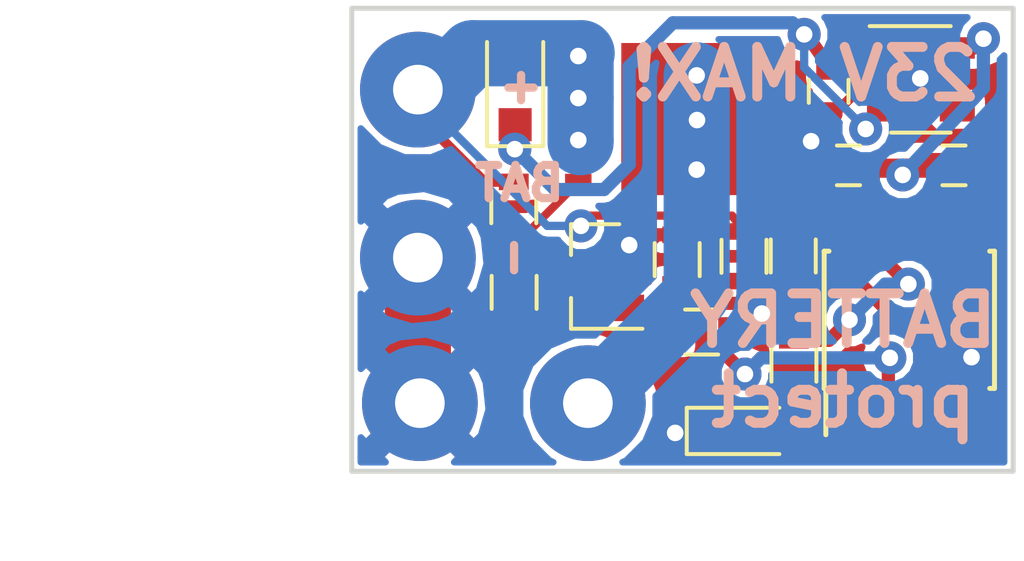
<source format=kicad_pcb>
(kicad_pcb (version 4) (host pcbnew 4.0.7)

  (general
    (links 37)
    (no_connects 0)
    (area 170.924999 128.924999 191.075001 143.075001)
    (thickness 0.8)
    (drawings 11)
    (tracks 167)
    (zones 0)
    (modules 18)
    (nets 13)
  )

  (page A4)
  (layers
    (0 F.Cu signal)
    (31 B.Cu signal)
    (32 B.Adhes user)
    (33 F.Adhes user)
    (34 B.Paste user)
    (35 F.Paste user)
    (36 B.SilkS user)
    (37 F.SilkS user)
    (38 B.Mask user)
    (39 F.Mask user)
    (40 Dwgs.User user)
    (41 Cmts.User user)
    (42 Eco1.User user)
    (43 Eco2.User user)
    (44 Edge.Cuts user)
    (45 Margin user)
    (46 B.CrtYd user)
    (47 F.CrtYd user)
    (48 B.Fab user)
    (49 F.Fab user)
  )

  (setup
    (last_trace_width 2)
    (user_trace_width 0.3)
    (user_trace_width 0.4)
    (user_trace_width 0.5)
    (user_trace_width 0.6)
    (user_trace_width 0.7)
    (user_trace_width 0.8)
    (user_trace_width 1)
    (user_trace_width 2)
    (trace_clearance 0.2)
    (zone_clearance 0.3)
    (zone_45_only no)
    (trace_min 0.2)
    (segment_width 0.2)
    (edge_width 0.15)
    (via_size 1)
    (via_drill 0.5)
    (via_min_size 0.4)
    (via_min_drill 0.3)
    (user_via 1 0.5)
    (uvia_size 0.3)
    (uvia_drill 0.1)
    (uvias_allowed no)
    (uvia_min_size 0.2)
    (uvia_min_drill 0.1)
    (pcb_text_width 0.3)
    (pcb_text_size 1.5 1.5)
    (mod_edge_width 0.15)
    (mod_text_size 1 1)
    (mod_text_width 0.15)
    (pad_size 1.524 1.524)
    (pad_drill 0.762)
    (pad_to_mask_clearance 0.1)
    (aux_axis_origin 0 0)
    (visible_elements 7FFFFF7F)
    (pcbplotparams
      (layerselection 0x00030_80000001)
      (usegerberextensions false)
      (excludeedgelayer true)
      (linewidth 0.100000)
      (plotframeref false)
      (viasonmask false)
      (mode 1)
      (useauxorigin false)
      (hpglpennumber 1)
      (hpglpenspeed 20)
      (hpglpendiameter 15)
      (hpglpenoverlay 2)
      (psnegative false)
      (psa4output false)
      (plotreference true)
      (plotvalue true)
      (plotinvisibletext false)
      (padsonsilk false)
      (subtractmaskfromsilk false)
      (outputformat 1)
      (mirror false)
      (drillshape 1)
      (scaleselection 1)
      (outputdirectory ""))
  )

  (net 0 "")
  (net 1 "Net-(C1-Pad1)")
  (net 2 GND)
  (net 3 "Net-(C2-Pad1)")
  (net 4 "Net-(D1-Pad2)")
  (net 5 +BATT)
  (net 6 "Net-(J2-Pad1)")
  (net 7 "Net-(R3-Pad2)")
  (net 8 "Net-(R5-Pad1)")
  (net 9 "Net-(R6-Pad2)")
  (net 10 "Net-(Q1-Pad1)")
  (net 11 "Net-(Q2-Pad1)")
  (net 12 "Net-(Q2-Pad3)")

  (net_class Default "This is the default net class."
    (clearance 0.2)
    (trace_width 0.25)
    (via_dia 1)
    (via_drill 0.5)
    (uvia_dia 0.3)
    (uvia_drill 0.1)
    (add_net +BATT)
    (add_net GND)
    (add_net "Net-(C1-Pad1)")
    (add_net "Net-(C2-Pad1)")
    (add_net "Net-(D1-Pad2)")
    (add_net "Net-(J2-Pad1)")
    (add_net "Net-(Q1-Pad1)")
    (add_net "Net-(Q2-Pad1)")
    (add_net "Net-(Q2-Pad3)")
    (add_net "Net-(R3-Pad2)")
    (add_net "Net-(R5-Pad1)")
    (add_net "Net-(R6-Pad2)")
  )

  (module KiCadCustomLibs:DFN-8-1EP_6x5mm (layer F.Cu) (tedit 5AF2EBCE) (tstamp 5AF2DE83)
    (at 180.75 132.35)
    (descr "DD Package; 8-Lead Plastic DFN (6mm x 5mm) (see http://www.everspin.com/file/236/download)")
    (tags "dfn ")
    (path /59C8B6B1)
    (attr smd)
    (fp_text reference Q1 (at 0.02 -3.27) (layer F.SilkS) hide
      (effects (font (size 1 1) (thickness 0.15)))
    )
    (fp_text value AON6403 (at 0 3.65) (layer F.Fab) hide
      (effects (font (size 1 1) (thickness 0.15)))
    )
    (fp_line (start -2 -2.5) (end -3 -1.5) (layer F.Fab) (width 0.1))
    (fp_line (start -3 2.5) (end -3 -1.5) (layer F.Fab) (width 0.1))
    (fp_line (start 3 2.5) (end -3 2.5) (layer F.Fab) (width 0.1))
    (fp_line (start 3 -2.5) (end 3 2.5) (layer F.Fab) (width 0.1))
    (fp_line (start -2 -2.5) (end 3 -2.5) (layer F.Fab) (width 0.1))
    (fp_line (start -3.7 2.8) (end -3.7 -2.9) (layer F.CrtYd) (width 0.05))
    (fp_line (start 3.7 2.8) (end -3.7 2.8) (layer F.CrtYd) (width 0.05))
    (fp_line (start 3.7 -2.9) (end 3.7 2.8) (layer F.CrtYd) (width 0.05))
    (fp_line (start -3.7 -2.9) (end 3.7 -2.9) (layer F.CrtYd) (width 0.05))
    (fp_text user %R (at 0 0) (layer F.Fab)
      (effects (font (size 1 1) (thickness 0.15)))
    )
    (pad 2 smd rect (at 0.46 0 270) (size 4.6 4.12) (layers F.Cu F.Paste F.Mask)
      (net 6 "Net-(J2-Pad1)") (solder_mask_margin 0.1) (solder_paste_margin -0.15) (clearance 0.1))
    (pad 3 smd rect (at -2.9 -1.905 270) (size 0.5 0.8) (layers F.Cu F.Paste F.Mask)
      (net 5 +BATT) (solder_mask_margin 0.1) (clearance 0.1))
    (pad 3 smd rect (at -2.9 -0.635 270) (size 0.5 0.8) (layers F.Cu F.Paste F.Mask)
      (net 5 +BATT) (solder_mask_margin 0.1) (clearance 0.1))
    (pad 3 smd rect (at -2.9 0.635 270) (size 0.5 0.8) (layers F.Cu F.Paste F.Mask)
      (net 5 +BATT) (solder_mask_margin 0.1) (clearance 0.1))
    (pad 1 smd rect (at -2.9 1.905 270) (size 0.5 0.8) (layers F.Cu F.Paste F.Mask)
      (net 10 "Net-(Q1-Pad1)") (solder_mask_margin 0.1) (clearance 0.1))
    (pad 2 smd rect (at 2.9 1.905 270) (size 0.5 0.8) (layers F.Cu F.Paste F.Mask)
      (net 6 "Net-(J2-Pad1)") (solder_mask_margin 0.1) (clearance 0.1))
    (pad 2 smd rect (at 2.9 0.635 270) (size 0.5 0.8) (layers F.Cu F.Paste F.Mask)
      (net 6 "Net-(J2-Pad1)") (solder_mask_margin 0.1) (clearance 0.1))
    (pad 2 smd rect (at 2.9 -0.635 270) (size 0.5 0.8) (layers F.Cu F.Paste F.Mask)
      (net 6 "Net-(J2-Pad1)") (solder_mask_margin 0.1) (clearance 0.1))
    (pad 2 smd rect (at 2.9 -1.905 270) (size 0.5 0.8) (layers F.Cu F.Paste F.Mask)
      (net 6 "Net-(J2-Pad1)") (solder_mask_margin 0.1) (clearance 0.1))
    (model ${KISYS3DMOD}/Housings_DFN_QFN.3dshapes/DFN-8-1EP_6x5mm_Pitch1.27mm.wrl
      (at (xyz 0 0 0))
      (scale (xyz 1 1 1))
      (rotate (xyz 0 0 0))
    )
  )

  (module KiCadCustomLibs:Connector_2x5mm_1.5Drill (layer F.Cu) (tedit 5AF2EBD2) (tstamp 5AF2EBF0)
    (at 173 134 90)
    (path /59C3AE18)
    (fp_text reference J1 (at 0.11 -3.8 90) (layer F.SilkS) hide
      (effects (font (size 1 1) (thickness 0.15)))
    )
    (fp_text value Bat (at 0.635 3.81 90) (layer F.Fab) hide
      (effects (font (size 1 1) (thickness 0.15)))
    )
    (pad 1 thru_hole circle (at -2.54 0 90) (size 3.50012 3.50012) (drill 1.50114) (layers *.Cu *.Mask)
      (net 2 GND))
    (pad 2 thru_hole circle (at 2.54 0 90) (size 3.50012 3.50012) (drill 1.50114) (layers *.Cu *.Mask)
      (net 5 +BATT))
  )

  (module Diodes_SMD:D_SOD-323_HandSoldering (layer F.Cu) (tedit 59C8ACEA) (tstamp 59C3BCAB)
    (at 175.94 131.27 90)
    (descr SOD-323)
    (tags SOD-323)
    (path /59C3CB00)
    (attr smd)
    (fp_text reference D2 (at 0 -1.85 90) (layer F.SilkS) hide
      (effects (font (size 1 1) (thickness 0.15)))
    )
    (fp_text value D (at 0.1 1.9 90) (layer F.Fab) hide
      (effects (font (size 1 1) (thickness 0.15)))
    )
    (fp_text user %R (at 0 -1.85 90) (layer F.Fab) hide
      (effects (font (size 1 1) (thickness 0.15)))
    )
    (fp_line (start -1.9 -0.85) (end -1.9 0.85) (layer F.SilkS) (width 0.12))
    (fp_line (start 0.2 0) (end 0.45 0) (layer F.Fab) (width 0.1))
    (fp_line (start 0.2 0.35) (end -0.3 0) (layer F.Fab) (width 0.1))
    (fp_line (start 0.2 -0.35) (end 0.2 0.35) (layer F.Fab) (width 0.1))
    (fp_line (start -0.3 0) (end 0.2 -0.35) (layer F.Fab) (width 0.1))
    (fp_line (start -0.3 0) (end -0.5 0) (layer F.Fab) (width 0.1))
    (fp_line (start -0.3 -0.35) (end -0.3 0.35) (layer F.Fab) (width 0.1))
    (fp_line (start -0.9 0.7) (end -0.9 -0.7) (layer F.Fab) (width 0.1))
    (fp_line (start 0.9 0.7) (end -0.9 0.7) (layer F.Fab) (width 0.1))
    (fp_line (start 0.9 -0.7) (end 0.9 0.7) (layer F.Fab) (width 0.1))
    (fp_line (start -0.9 -0.7) (end 0.9 -0.7) (layer F.Fab) (width 0.1))
    (fp_line (start -2 -0.95) (end 2 -0.95) (layer F.CrtYd) (width 0.05))
    (fp_line (start 2 -0.95) (end 2 0.95) (layer F.CrtYd) (width 0.05))
    (fp_line (start -2 0.95) (end 2 0.95) (layer F.CrtYd) (width 0.05))
    (fp_line (start -2 -0.95) (end -2 0.95) (layer F.CrtYd) (width 0.05))
    (fp_line (start -1.9 0.85) (end 1.25 0.85) (layer F.SilkS) (width 0.12))
    (fp_line (start -1.9 -0.85) (end 1.25 -0.85) (layer F.SilkS) (width 0.12))
    (pad 1 smd rect (at -1.25 0 90) (size 1 1) (layers F.Cu F.Paste F.Mask)
      (net 1 "Net-(C1-Pad1)"))
    (pad 2 smd rect (at 1.25 0 90) (size 1 1) (layers F.Cu F.Paste F.Mask)
      (net 5 +BATT))
    (model ${KISYS3DMOD}/Diodes_SMD.3dshapes/D_SOD-323.wrl
      (at (xyz 0 0 0))
      (scale (xyz 1 1 1))
      (rotate (xyz 0 0 0))
    )
  )

  (module TO_SOT_Packages_SMD:SOT-23 (layer F.Cu) (tedit 59C8A59D) (tstamp 59C3BD32)
    (at 178.39 137.11 180)
    (descr "SOT-23, Standard")
    (tags SOT-23)
    (path /59C91330)
    (attr smd)
    (fp_text reference Q2 (at 0 -2.5 180) (layer F.SilkS) hide
      (effects (font (size 1 1) (thickness 0.15)))
    )
    (fp_text value SI2308 (at 0 2.5 180) (layer F.Fab) hide
      (effects (font (size 1 1) (thickness 0.15)))
    )
    (fp_text user %R (at 0 0 270) (layer F.Fab)
      (effects (font (size 0.5 0.5) (thickness 0.075)))
    )
    (fp_line (start -0.7 -0.95) (end -0.7 1.5) (layer F.Fab) (width 0.1))
    (fp_line (start -0.15 -1.52) (end 0.7 -1.52) (layer F.Fab) (width 0.1))
    (fp_line (start -0.7 -0.95) (end -0.15 -1.52) (layer F.Fab) (width 0.1))
    (fp_line (start 0.7 -1.52) (end 0.7 1.52) (layer F.Fab) (width 0.1))
    (fp_line (start -0.7 1.52) (end 0.7 1.52) (layer F.Fab) (width 0.1))
    (fp_line (start 0.76 1.58) (end 0.76 0.65) (layer F.SilkS) (width 0.12))
    (fp_line (start 0.76 -1.58) (end 0.76 -0.65) (layer F.SilkS) (width 0.12))
    (fp_line (start -1.7 -1.75) (end 1.7 -1.75) (layer F.CrtYd) (width 0.05))
    (fp_line (start 1.7 -1.75) (end 1.7 1.75) (layer F.CrtYd) (width 0.05))
    (fp_line (start 1.7 1.75) (end -1.7 1.75) (layer F.CrtYd) (width 0.05))
    (fp_line (start -1.7 1.75) (end -1.7 -1.75) (layer F.CrtYd) (width 0.05))
    (fp_line (start 0.76 -1.58) (end -1.4 -1.58) (layer F.SilkS) (width 0.12))
    (fp_line (start 0.76 1.58) (end -0.7 1.58) (layer F.SilkS) (width 0.12))
    (pad 1 smd rect (at -1 -0.95 180) (size 0.9 0.8) (layers F.Cu F.Paste F.Mask)
      (net 11 "Net-(Q2-Pad1)"))
    (pad 2 smd rect (at -1 0.95 180) (size 0.9 0.8) (layers F.Cu F.Paste F.Mask)
      (net 2 GND))
    (pad 3 smd rect (at 1 0 180) (size 0.9 0.8) (layers F.Cu F.Paste F.Mask)
      (net 12 "Net-(Q2-Pad3)"))
    (model ${KISYS3DMOD}/TO_SOT_Packages_SMD.3dshapes/SOT-23.wrl
      (at (xyz 0 0 0))
      (scale (xyz 1 1 1))
      (rotate (xyz 0 0 0))
    )
  )

  (module Housings_SOIC:SOIC-8_3.9x4.9mm_Pitch1.27mm (layer F.Cu) (tedit 59C8ACCA) (tstamp 59C3BDE0)
    (at 187.86 138.42 90)
    (descr "8-Lead Plastic Small Outline (SN) - Narrow, 3.90 mm Body [SOIC] (see Microchip Packaging Specification 00000049BS.pdf)")
    (tags "SOIC 1.27")
    (path /59E8D549)
    (attr smd)
    (fp_text reference U1 (at 0 -3.5 90) (layer F.SilkS) hide
      (effects (font (size 1 1) (thickness 0.15)))
    )
    (fp_text value ATTINY13A-SU (at 0 3.5 90) (layer F.Fab) hide
      (effects (font (size 1 1) (thickness 0.15)))
    )
    (fp_text user %R (at 0 0 90) (layer F.Fab)
      (effects (font (size 1 1) (thickness 0.15)))
    )
    (fp_line (start -0.95 -2.45) (end 1.95 -2.45) (layer F.Fab) (width 0.1))
    (fp_line (start 1.95 -2.45) (end 1.95 2.45) (layer F.Fab) (width 0.1))
    (fp_line (start 1.95 2.45) (end -1.95 2.45) (layer F.Fab) (width 0.1))
    (fp_line (start -1.95 2.45) (end -1.95 -1.45) (layer F.Fab) (width 0.1))
    (fp_line (start -1.95 -1.45) (end -0.95 -2.45) (layer F.Fab) (width 0.1))
    (fp_line (start -3.73 -2.7) (end -3.73 2.7) (layer F.CrtYd) (width 0.05))
    (fp_line (start 3.73 -2.7) (end 3.73 2.7) (layer F.CrtYd) (width 0.05))
    (fp_line (start -3.73 -2.7) (end 3.73 -2.7) (layer F.CrtYd) (width 0.05))
    (fp_line (start -3.73 2.7) (end 3.73 2.7) (layer F.CrtYd) (width 0.05))
    (fp_line (start -2.075 -2.575) (end -2.075 -2.525) (layer F.SilkS) (width 0.15))
    (fp_line (start 2.075 -2.575) (end 2.075 -2.43) (layer F.SilkS) (width 0.15))
    (fp_line (start 2.075 2.575) (end 2.075 2.43) (layer F.SilkS) (width 0.15))
    (fp_line (start -2.075 2.575) (end -2.075 2.43) (layer F.SilkS) (width 0.15))
    (fp_line (start -2.075 -2.575) (end 2.075 -2.575) (layer F.SilkS) (width 0.15))
    (fp_line (start -2.075 2.575) (end 2.075 2.575) (layer F.SilkS) (width 0.15))
    (fp_line (start -2.075 -2.525) (end -3.475 -2.525) (layer F.SilkS) (width 0.15))
    (pad 1 smd rect (at -2.7 -1.905 90) (size 1.55 0.6) (layers F.Cu F.Paste F.Mask))
    (pad 2 smd rect (at -2.7 -0.635 90) (size 1.55 0.6) (layers F.Cu F.Paste F.Mask)
      (net 8 "Net-(R5-Pad1)"))
    (pad 3 smd rect (at -2.7 0.635 90) (size 1.55 0.6) (layers F.Cu F.Paste F.Mask)
      (net 7 "Net-(R3-Pad2)"))
    (pad 4 smd rect (at -2.7 1.905 90) (size 1.55 0.6) (layers F.Cu F.Paste F.Mask)
      (net 2 GND))
    (pad 5 smd rect (at 2.7 1.905 90) (size 1.55 0.6) (layers F.Cu F.Paste F.Mask))
    (pad 6 smd rect (at 2.7 0.635 90) (size 1.55 0.6) (layers F.Cu F.Paste F.Mask))
    (pad 7 smd rect (at 2.7 -0.635 90) (size 1.55 0.6) (layers F.Cu F.Paste F.Mask)
      (net 9 "Net-(R6-Pad2)"))
    (pad 8 smd rect (at 2.7 -1.905 90) (size 1.55 0.6) (layers F.Cu F.Paste F.Mask)
      (net 3 "Net-(C2-Pad1)"))
    (model ${KISYS3DMOD}/Housings_SOIC.3dshapes/SOIC-8_3.9x4.9mm_Pitch1.27mm.wrl
      (at (xyz 0 0 0))
      (scale (xyz 1 1 1))
      (rotate (xyz 0 0 0))
    )
  )

  (module TO_SOT_Packages_SMD:SOT-23-5 (layer F.Cu) (tedit 59C8A799) (tstamp 59C3BDF5)
    (at 188.21 131.15)
    (descr "5-pin SOT23 package")
    (tags SOT-23-5)
    (path /59C3C6B7)
    (attr smd)
    (fp_text reference U2 (at 0 -2.9) (layer F.SilkS) hide
      (effects (font (size 1 1) (thickness 0.15)))
    )
    (fp_text value MIC5235-5.0 (at 0 2.9) (layer F.Fab) hide
      (effects (font (size 1 1) (thickness 0.15)))
    )
    (fp_text user %R (at 0 0 90) (layer F.Fab)
      (effects (font (size 0.5 0.5) (thickness 0.075)))
    )
    (fp_line (start -0.9 1.61) (end 0.9 1.61) (layer F.SilkS) (width 0.12))
    (fp_line (start 0.9 -1.61) (end -1.55 -1.61) (layer F.SilkS) (width 0.12))
    (fp_line (start -1.9 -1.8) (end 1.9 -1.8) (layer F.CrtYd) (width 0.05))
    (fp_line (start 1.9 -1.8) (end 1.9 1.8) (layer F.CrtYd) (width 0.05))
    (fp_line (start 1.9 1.8) (end -1.9 1.8) (layer F.CrtYd) (width 0.05))
    (fp_line (start -1.9 1.8) (end -1.9 -1.8) (layer F.CrtYd) (width 0.05))
    (fp_line (start -0.9 -0.9) (end -0.25 -1.55) (layer F.Fab) (width 0.1))
    (fp_line (start 0.9 -1.55) (end -0.25 -1.55) (layer F.Fab) (width 0.1))
    (fp_line (start -0.9 -0.9) (end -0.9 1.55) (layer F.Fab) (width 0.1))
    (fp_line (start 0.9 1.55) (end -0.9 1.55) (layer F.Fab) (width 0.1))
    (fp_line (start 0.9 -1.55) (end 0.9 1.55) (layer F.Fab) (width 0.1))
    (pad 1 smd rect (at -1.1 -0.95) (size 1.06 0.65) (layers F.Cu F.Paste F.Mask)
      (net 1 "Net-(C1-Pad1)"))
    (pad 2 smd rect (at -1.1 0) (size 1.06 0.65) (layers F.Cu F.Paste F.Mask)
      (net 2 GND))
    (pad 3 smd rect (at -1.1 0.95) (size 1.06 0.65) (layers F.Cu F.Paste F.Mask)
      (net 1 "Net-(C1-Pad1)"))
    (pad 4 smd rect (at 1.1 0.95) (size 1.06 0.65) (layers F.Cu F.Paste F.Mask))
    (pad 5 smd rect (at 1.1 -0.95) (size 1.06 0.65) (layers F.Cu F.Paste F.Mask)
      (net 3 "Net-(C2-Pad1)"))
    (model ${KISYS3DMOD}/TO_SOT_Packages_SMD.3dshapes/SOT-23-5.wrl
      (at (xyz 0 0 0))
      (scale (xyz 1 1 1))
      (rotate (xyz 0 0 0))
    )
  )

  (module Capacitors_SMD:C_0603 (layer F.Cu) (tedit 59C8ACF8) (tstamp 59C3BC7E)
    (at 186.02 133.75 180)
    (descr "Capacitor SMD 0603, reflow soldering, AVX (see smccp.pdf)")
    (tags "capacitor 0603")
    (path /59C3DB00)
    (attr smd)
    (fp_text reference C3 (at 0 -1.5 180) (layer F.SilkS) hide
      (effects (font (size 1 1) (thickness 0.15)))
    )
    (fp_text value 10uf (at 0 1.5 180) (layer F.Fab) hide
      (effects (font (size 1 1) (thickness 0.15)))
    )
    (fp_line (start 1.4 0.65) (end -1.4 0.65) (layer F.CrtYd) (width 0.05))
    (fp_line (start 1.4 0.65) (end 1.4 -0.65) (layer F.CrtYd) (width 0.05))
    (fp_line (start -1.4 -0.65) (end -1.4 0.65) (layer F.CrtYd) (width 0.05))
    (fp_line (start -1.4 -0.65) (end 1.4 -0.65) (layer F.CrtYd) (width 0.05))
    (fp_line (start 0.35 0.6) (end -0.35 0.6) (layer F.SilkS) (width 0.12))
    (fp_line (start -0.35 -0.6) (end 0.35 -0.6) (layer F.SilkS) (width 0.12))
    (fp_line (start -0.8 -0.4) (end 0.8 -0.4) (layer F.Fab) (width 0.1))
    (fp_line (start 0.8 -0.4) (end 0.8 0.4) (layer F.Fab) (width 0.1))
    (fp_line (start 0.8 0.4) (end -0.8 0.4) (layer F.Fab) (width 0.1))
    (fp_line (start -0.8 0.4) (end -0.8 -0.4) (layer F.Fab) (width 0.1))
    (fp_text user %R (at 0 0 180) (layer F.Fab)
      (effects (font (size 0.3 0.3) (thickness 0.075)))
    )
    (pad 2 smd rect (at 0.75 0 180) (size 0.8 0.75) (layers F.Cu F.Paste F.Mask)
      (net 2 GND))
    (pad 1 smd rect (at -0.75 0 180) (size 0.8 0.75) (layers F.Cu F.Paste F.Mask)
      (net 3 "Net-(C2-Pad1)"))
    (model Capacitors_SMD.3dshapes/C_0603.wrl
      (at (xyz 0 0 0))
      (scale (xyz 1 1 1))
      (rotate (xyz 0 0 0))
    )
  )

  (module Capacitors_SMD:C_0603 (layer F.Cu) (tedit 59F88E5A) (tstamp 59C3BC5C)
    (at 185.42 131.51 270)
    (descr "Capacitor SMD 0603, reflow soldering, AVX (see smccp.pdf)")
    (tags "capacitor 0603")
    (path /59F8B327)
    (attr smd)
    (fp_text reference C1 (at 0 -1.5 270) (layer F.SilkS) hide
      (effects (font (size 1 1) (thickness 0.15)))
    )
    (fp_text value 10uf (at 0 1.5 270) (layer F.Fab) hide
      (effects (font (size 1 1) (thickness 0.15)))
    )
    (fp_line (start 1.4 0.65) (end -1.4 0.65) (layer F.CrtYd) (width 0.05))
    (fp_line (start 1.4 0.65) (end 1.4 -0.65) (layer F.CrtYd) (width 0.05))
    (fp_line (start -1.4 -0.65) (end -1.4 0.65) (layer F.CrtYd) (width 0.05))
    (fp_line (start -1.4 -0.65) (end 1.4 -0.65) (layer F.CrtYd) (width 0.05))
    (fp_line (start 0.35 0.6) (end -0.35 0.6) (layer F.SilkS) (width 0.12))
    (fp_line (start -0.35 -0.6) (end 0.35 -0.6) (layer F.SilkS) (width 0.12))
    (fp_line (start -0.8 -0.4) (end 0.8 -0.4) (layer F.Fab) (width 0.1))
    (fp_line (start 0.8 -0.4) (end 0.8 0.4) (layer F.Fab) (width 0.1))
    (fp_line (start 0.8 0.4) (end -0.8 0.4) (layer F.Fab) (width 0.1))
    (fp_line (start -0.8 0.4) (end -0.8 -0.4) (layer F.Fab) (width 0.1))
    (fp_text user %R (at 0 0 270) (layer F.Fab)
      (effects (font (size 0.3 0.3) (thickness 0.075)))
    )
    (pad 2 smd rect (at 0.75 0 270) (size 0.8 0.75) (layers F.Cu F.Paste F.Mask)
      (net 2 GND))
    (pad 1 smd rect (at -0.75 0 270) (size 0.8 0.75) (layers F.Cu F.Paste F.Mask)
      (net 1 "Net-(C1-Pad1)"))
    (model Capacitors_SMD.3dshapes/C_0603.wrl
      (at (xyz 0 0 0))
      (scale (xyz 1 1 1))
      (rotate (xyz 0 0 0))
    )
  )

  (module KiCadCustomLibs:Connector_2x5mm_1.5Drill (layer F.Cu) (tedit 5AF2EBD6) (tstamp 5AF2EBF6)
    (at 175.6 140.94 180)
    (path /59C3AEB7)
    (fp_text reference J2 (at 0 -3.81 180) (layer F.SilkS) hide
      (effects (font (size 1 1) (thickness 0.15)))
    )
    (fp_text value Load (at 0.635 3.81 180) (layer F.Fab) hide
      (effects (font (size 1 1) (thickness 0.15)))
    )
    (pad 1 thru_hole circle (at -2.54 0 180) (size 3.50012 3.50012) (drill 1.50114) (layers *.Cu *.Mask)
      (net 6 "Net-(J2-Pad1)"))
    (pad 2 thru_hole circle (at 2.54 0 180) (size 3.50012 3.50012) (drill 1.50114) (layers *.Cu *.Mask)
      (net 2 GND))
  )

  (module Resistors_SMD:R_0603 (layer F.Cu) (tedit 5AF2E0F8) (tstamp 59C9002A)
    (at 175.91 137.59 270)
    (descr "Resistor SMD 0603, reflow soldering, Vishay (see dcrcw.pdf)")
    (tags "resistor 0603")
    (path /59C90023)
    (attr smd)
    (fp_text reference R8 (at 0 -1.45 270) (layer F.SilkS) hide
      (effects (font (size 1 1) (thickness 0.15)))
    )
    (fp_text value 1K (at 0 1.5 270) (layer F.Fab) hide
      (effects (font (size 1 1) (thickness 0.15)))
    )
    (fp_text user %R (at 0 0 270) (layer F.Fab)
      (effects (font (size 0.4 0.4) (thickness 0.075)))
    )
    (fp_line (start -0.8 0.4) (end -0.8 -0.4) (layer F.Fab) (width 0.1))
    (fp_line (start 0.8 0.4) (end -0.8 0.4) (layer F.Fab) (width 0.1))
    (fp_line (start 0.8 -0.4) (end 0.8 0.4) (layer F.Fab) (width 0.1))
    (fp_line (start -0.8 -0.4) (end 0.8 -0.4) (layer F.Fab) (width 0.1))
    (fp_line (start 0.5 0.68) (end -0.5 0.68) (layer F.SilkS) (width 0.12))
    (fp_line (start -0.5 -0.68) (end 0.5 -0.68) (layer F.SilkS) (width 0.12))
    (fp_line (start -1.25 -0.7) (end 1.25 -0.7) (layer F.CrtYd) (width 0.05))
    (fp_line (start -1.25 -0.7) (end -1.25 0.7) (layer F.CrtYd) (width 0.05))
    (fp_line (start 1.25 0.7) (end 1.25 -0.7) (layer F.CrtYd) (width 0.05))
    (fp_line (start 1.25 0.7) (end -1.25 0.7) (layer F.CrtYd) (width 0.05))
    (pad 1 smd rect (at -0.75 0 270) (size 0.5 0.9) (layers F.Cu F.Paste F.Mask)
      (net 10 "Net-(Q1-Pad1)"))
    (pad 2 smd rect (at 0.75 0 270) (size 0.5 0.9) (layers F.Cu F.Paste F.Mask)
      (net 12 "Net-(Q2-Pad3)"))
    (model ${KISYS3DMOD}/Resistors_SMD.3dshapes/R_0603.wrl
      (at (xyz 0 0 0))
      (scale (xyz 1 1 1))
      (rotate (xyz 0 0 0))
    )
  )

  (module Resistors_SMD:R_0603 (layer F.Cu) (tedit 5AF2E106) (tstamp 59C3BD87)
    (at 181.58 138.79 180)
    (descr "Resistor SMD 0603, reflow soldering, Vishay (see dcrcw.pdf)")
    (tags "resistor 0603")
    (path /59C3B354)
    (attr smd)
    (fp_text reference R5 (at 0 -1.45 180) (layer F.SilkS) hide
      (effects (font (size 1 1) (thickness 0.15)))
    )
    (fp_text value 100 (at 0 1.5 180) (layer F.Fab) hide
      (effects (font (size 1 1) (thickness 0.15)))
    )
    (fp_text user %R (at 0 0 180) (layer F.Fab)
      (effects (font (size 0.4 0.4) (thickness 0.075)))
    )
    (fp_line (start -0.8 0.4) (end -0.8 -0.4) (layer F.Fab) (width 0.1))
    (fp_line (start 0.8 0.4) (end -0.8 0.4) (layer F.Fab) (width 0.1))
    (fp_line (start 0.8 -0.4) (end 0.8 0.4) (layer F.Fab) (width 0.1))
    (fp_line (start -0.8 -0.4) (end 0.8 -0.4) (layer F.Fab) (width 0.1))
    (fp_line (start 0.5 0.68) (end -0.5 0.68) (layer F.SilkS) (width 0.12))
    (fp_line (start -0.5 -0.68) (end 0.5 -0.68) (layer F.SilkS) (width 0.12))
    (fp_line (start -1.25 -0.7) (end 1.25 -0.7) (layer F.CrtYd) (width 0.05))
    (fp_line (start -1.25 -0.7) (end -1.25 0.7) (layer F.CrtYd) (width 0.05))
    (fp_line (start 1.25 0.7) (end 1.25 -0.7) (layer F.CrtYd) (width 0.05))
    (fp_line (start 1.25 0.7) (end -1.25 0.7) (layer F.CrtYd) (width 0.05))
    (pad 1 smd rect (at -0.75 0 180) (size 0.5 0.9) (layers F.Cu F.Paste F.Mask)
      (net 8 "Net-(R5-Pad1)"))
    (pad 2 smd rect (at 0.75 0 180) (size 0.5 0.9) (layers F.Cu F.Paste F.Mask)
      (net 11 "Net-(Q2-Pad1)"))
    (model ${KISYS3DMOD}/Resistors_SMD.3dshapes/R_0603.wrl
      (at (xyz 0 0 0))
      (scale (xyz 1 1 1))
      (rotate (xyz 0 0 0))
    )
  )

  (module Resistors_SMD:R_0603 (layer F.Cu) (tedit 5AF2E11B) (tstamp 59C3BD43)
    (at 175.9 135 270)
    (descr "Resistor SMD 0603, reflow soldering, Vishay (see dcrcw.pdf)")
    (tags "resistor 0603")
    (path /59C3B1C9)
    (attr smd)
    (fp_text reference R1 (at 0 -1.45 270) (layer F.SilkS) hide
      (effects (font (size 1 1) (thickness 0.15)))
    )
    (fp_text value 100K (at 0 1.5 270) (layer F.Fab) hide
      (effects (font (size 1 1) (thickness 0.15)))
    )
    (fp_text user %R (at 0 0 270) (layer F.Fab)
      (effects (font (size 0.4 0.4) (thickness 0.075)))
    )
    (fp_line (start -0.8 0.4) (end -0.8 -0.4) (layer F.Fab) (width 0.1))
    (fp_line (start 0.8 0.4) (end -0.8 0.4) (layer F.Fab) (width 0.1))
    (fp_line (start 0.8 -0.4) (end 0.8 0.4) (layer F.Fab) (width 0.1))
    (fp_line (start -0.8 -0.4) (end 0.8 -0.4) (layer F.Fab) (width 0.1))
    (fp_line (start 0.5 0.68) (end -0.5 0.68) (layer F.SilkS) (width 0.12))
    (fp_line (start -0.5 -0.68) (end 0.5 -0.68) (layer F.SilkS) (width 0.12))
    (fp_line (start -1.25 -0.7) (end 1.25 -0.7) (layer F.CrtYd) (width 0.05))
    (fp_line (start -1.25 -0.7) (end -1.25 0.7) (layer F.CrtYd) (width 0.05))
    (fp_line (start 1.25 0.7) (end 1.25 -0.7) (layer F.CrtYd) (width 0.05))
    (fp_line (start 1.25 0.7) (end -1.25 0.7) (layer F.CrtYd) (width 0.05))
    (pad 1 smd rect (at -0.75 0 270) (size 0.5 0.9) (layers F.Cu F.Paste F.Mask)
      (net 5 +BATT))
    (pad 2 smd rect (at 0.75 0 270) (size 0.5 0.9) (layers F.Cu F.Paste F.Mask)
      (net 10 "Net-(Q1-Pad1)"))
    (model ${KISYS3DMOD}/Resistors_SMD.3dshapes/R_0603.wrl
      (at (xyz 0 0 0))
      (scale (xyz 1 1 1))
      (rotate (xyz 0 0 0))
    )
  )

  (module Resistors_SMD:R_0603 (layer F.Cu) (tedit 5AF2E172) (tstamp 59C3BD54)
    (at 180.84 136.6 90)
    (descr "Resistor SMD 0603, reflow soldering, Vishay (see dcrcw.pdf)")
    (tags "resistor 0603")
    (path /59C3B2A8)
    (attr smd)
    (fp_text reference R2 (at 0 -1.45 90) (layer F.SilkS) hide
      (effects (font (size 1 1) (thickness 0.15)))
    )
    (fp_text value 10K (at 0 1.5 90) (layer F.Fab) hide
      (effects (font (size 1 1) (thickness 0.15)))
    )
    (fp_text user %R (at 0 0 90) (layer F.Fab)
      (effects (font (size 0.4 0.4) (thickness 0.075)))
    )
    (fp_line (start -0.8 0.4) (end -0.8 -0.4) (layer F.Fab) (width 0.1))
    (fp_line (start 0.8 0.4) (end -0.8 0.4) (layer F.Fab) (width 0.1))
    (fp_line (start 0.8 -0.4) (end 0.8 0.4) (layer F.Fab) (width 0.1))
    (fp_line (start -0.8 -0.4) (end 0.8 -0.4) (layer F.Fab) (width 0.1))
    (fp_line (start 0.5 0.68) (end -0.5 0.68) (layer F.SilkS) (width 0.12))
    (fp_line (start -0.5 -0.68) (end 0.5 -0.68) (layer F.SilkS) (width 0.12))
    (fp_line (start -1.25 -0.7) (end 1.25 -0.7) (layer F.CrtYd) (width 0.05))
    (fp_line (start -1.25 -0.7) (end -1.25 0.7) (layer F.CrtYd) (width 0.05))
    (fp_line (start 1.25 0.7) (end 1.25 -0.7) (layer F.CrtYd) (width 0.05))
    (fp_line (start 1.25 0.7) (end -1.25 0.7) (layer F.CrtYd) (width 0.05))
    (pad 1 smd rect (at -0.75 0 90) (size 0.5 0.9) (layers F.Cu F.Paste F.Mask)
      (net 11 "Net-(Q2-Pad1)"))
    (pad 2 smd rect (at 0.75 0 90) (size 0.5 0.9) (layers F.Cu F.Paste F.Mask)
      (net 2 GND))
    (model ${KISYS3DMOD}/Resistors_SMD.3dshapes/R_0603.wrl
      (at (xyz 0 0 0))
      (scale (xyz 1 1 1))
      (rotate (xyz 0 0 0))
    )
  )

  (module Resistors_SMD:R_0603 (layer F.Cu) (tedit 5AF2E1BC) (tstamp 59C3BD65)
    (at 182.86 136.5 270)
    (descr "Resistor SMD 0603, reflow soldering, Vishay (see dcrcw.pdf)")
    (tags "resistor 0603")
    (path /59C3C200)
    (attr smd)
    (fp_text reference R3 (at 0 -1.45 270) (layer F.SilkS) hide
      (effects (font (size 1 1) (thickness 0.15)))
    )
    (fp_text value 12K (at 0 1.5 270) (layer F.Fab) hide
      (effects (font (size 1 1) (thickness 0.15)))
    )
    (fp_text user %R (at 0 0 270) (layer F.Fab)
      (effects (font (size 0.4 0.4) (thickness 0.075)))
    )
    (fp_line (start -0.8 0.4) (end -0.8 -0.4) (layer F.Fab) (width 0.1))
    (fp_line (start 0.8 0.4) (end -0.8 0.4) (layer F.Fab) (width 0.1))
    (fp_line (start 0.8 -0.4) (end 0.8 0.4) (layer F.Fab) (width 0.1))
    (fp_line (start -0.8 -0.4) (end 0.8 -0.4) (layer F.Fab) (width 0.1))
    (fp_line (start 0.5 0.68) (end -0.5 0.68) (layer F.SilkS) (width 0.12))
    (fp_line (start -0.5 -0.68) (end 0.5 -0.68) (layer F.SilkS) (width 0.12))
    (fp_line (start -1.25 -0.7) (end 1.25 -0.7) (layer F.CrtYd) (width 0.05))
    (fp_line (start -1.25 -0.7) (end -1.25 0.7) (layer F.CrtYd) (width 0.05))
    (fp_line (start 1.25 0.7) (end 1.25 -0.7) (layer F.CrtYd) (width 0.05))
    (fp_line (start 1.25 0.7) (end -1.25 0.7) (layer F.CrtYd) (width 0.05))
    (pad 1 smd rect (at -0.75 0 270) (size 0.5 0.9) (layers F.Cu F.Paste F.Mask)
      (net 5 +BATT))
    (pad 2 smd rect (at 0.75 0 270) (size 0.5 0.9) (layers F.Cu F.Paste F.Mask)
      (net 7 "Net-(R3-Pad2)"))
    (model ${KISYS3DMOD}/Resistors_SMD.3dshapes/R_0603.wrl
      (at (xyz 0 0 0))
      (scale (xyz 1 1 1))
      (rotate (xyz 0 0 0))
    )
  )

  (module LEDs:LED_0805 (layer F.Cu) (tedit 5AF2E3AB) (tstamp 59C3BC93)
    (at 182.93 141.78)
    (descr "LED 0805 smd package")
    (tags "LED led 0805 SMD smd SMT smt smdled SMDLED smtled SMTLED")
    (path /59C3E529)
    (attr smd)
    (fp_text reference D1 (at 0 -1.45) (layer F.SilkS) hide
      (effects (font (size 1 1) (thickness 0.15)))
    )
    (fp_text value LED (at 0 1.55) (layer F.Fab) hide
      (effects (font (size 1 1) (thickness 0.15)))
    )
    (fp_line (start -1.8 -0.7) (end -1.8 0.7) (layer F.SilkS) (width 0.12))
    (fp_line (start -0.4 -0.4) (end -0.4 0.4) (layer F.Fab) (width 0.1))
    (fp_line (start -0.4 0) (end 0.2 -0.4) (layer F.Fab) (width 0.1))
    (fp_line (start 0.2 0.4) (end -0.4 0) (layer F.Fab) (width 0.1))
    (fp_line (start 0.2 -0.4) (end 0.2 0.4) (layer F.Fab) (width 0.1))
    (fp_line (start 1 0.6) (end -1 0.6) (layer F.Fab) (width 0.1))
    (fp_line (start 1 -0.6) (end 1 0.6) (layer F.Fab) (width 0.1))
    (fp_line (start -1 -0.6) (end 1 -0.6) (layer F.Fab) (width 0.1))
    (fp_line (start -1 0.6) (end -1 -0.6) (layer F.Fab) (width 0.1))
    (fp_line (start -1.8 0.7) (end 1 0.7) (layer F.SilkS) (width 0.12))
    (fp_line (start -1.8 -0.7) (end 1 -0.7) (layer F.SilkS) (width 0.12))
    (fp_line (start 1.95 -0.85) (end 1.95 0.85) (layer F.CrtYd) (width 0.05))
    (fp_line (start 1.95 0.85) (end -1.95 0.85) (layer F.CrtYd) (width 0.05))
    (fp_line (start -1.95 0.85) (end -1.95 -0.85) (layer F.CrtYd) (width 0.05))
    (fp_line (start -1.95 -0.85) (end 1.95 -0.85) (layer F.CrtYd) (width 0.05))
    (fp_text user %R (at 0.13 1.22) (layer F.Fab) hide
      (effects (font (size 0.4 0.4) (thickness 0.1)))
    )
    (pad 2 smd rect (at 1.1 0 180) (size 1.2 1.2) (layers F.Cu F.Paste F.Mask)
      (net 4 "Net-(D1-Pad2)"))
    (pad 1 smd rect (at -1.1 0 180) (size 1.2 1.2) (layers F.Cu F.Paste F.Mask)
      (net 2 GND))
    (model ${KISYS3DMOD}/LEDs.3dshapes/LED_0805.wrl
      (at (xyz 0 0 0))
      (scale (xyz 1 1 1))
      (rotate (xyz 0 0 180))
    )
  )

  (module Resistors_SMD:R_0603 (layer F.Cu) (tedit 5AF2E3CB) (tstamp 59C3BD98)
    (at 184.37 139.79 90)
    (descr "Resistor SMD 0603, reflow soldering, Vishay (see dcrcw.pdf)")
    (tags "resistor 0603")
    (path /59C3E7AA)
    (attr smd)
    (fp_text reference R6 (at 0 -1.45 90) (layer F.SilkS) hide
      (effects (font (size 1 1) (thickness 0.15)))
    )
    (fp_text value 330 (at 0 1.5 90) (layer F.Fab) hide
      (effects (font (size 1 1) (thickness 0.15)))
    )
    (fp_text user %R (at 0 0 90) (layer F.Fab)
      (effects (font (size 0.4 0.4) (thickness 0.075)))
    )
    (fp_line (start -0.8 0.4) (end -0.8 -0.4) (layer F.Fab) (width 0.1))
    (fp_line (start 0.8 0.4) (end -0.8 0.4) (layer F.Fab) (width 0.1))
    (fp_line (start 0.8 -0.4) (end 0.8 0.4) (layer F.Fab) (width 0.1))
    (fp_line (start -0.8 -0.4) (end 0.8 -0.4) (layer F.Fab) (width 0.1))
    (fp_line (start 0.5 0.68) (end -0.5 0.68) (layer F.SilkS) (width 0.12))
    (fp_line (start -0.5 -0.68) (end 0.5 -0.68) (layer F.SilkS) (width 0.12))
    (fp_line (start -1.25 -0.7) (end 1.25 -0.7) (layer F.CrtYd) (width 0.05))
    (fp_line (start -1.25 -0.7) (end -1.25 0.7) (layer F.CrtYd) (width 0.05))
    (fp_line (start 1.25 0.7) (end 1.25 -0.7) (layer F.CrtYd) (width 0.05))
    (fp_line (start 1.25 0.7) (end -1.25 0.7) (layer F.CrtYd) (width 0.05))
    (pad 1 smd rect (at -0.75 0 90) (size 0.5 0.9) (layers F.Cu F.Paste F.Mask)
      (net 4 "Net-(D1-Pad2)"))
    (pad 2 smd rect (at 0.75 0 90) (size 0.5 0.9) (layers F.Cu F.Paste F.Mask)
      (net 9 "Net-(R6-Pad2)"))
    (model ${KISYS3DMOD}/Resistors_SMD.3dshapes/R_0603.wrl
      (at (xyz 0 0 0))
      (scale (xyz 1 1 1))
      (rotate (xyz 0 0 0))
    )
  )

  (module Resistors_SMD:R_0603 (layer F.Cu) (tedit 5AF2E41B) (tstamp 59C3BD76)
    (at 184.35 136.49 90)
    (descr "Resistor SMD 0603, reflow soldering, Vishay (see dcrcw.pdf)")
    (tags "resistor 0603")
    (path /59C3C2F8)
    (attr smd)
    (fp_text reference R4 (at 0 -1.45 90) (layer F.SilkS) hide
      (effects (font (size 1 1) (thickness 0.15)))
    )
    (fp_text value 3.3K (at 0 1.5 90) (layer F.Fab) hide
      (effects (font (size 1 1) (thickness 0.15)))
    )
    (fp_text user %R (at 0 0 90) (layer F.Fab)
      (effects (font (size 0.4 0.4) (thickness 0.075)))
    )
    (fp_line (start -0.8 0.4) (end -0.8 -0.4) (layer F.Fab) (width 0.1))
    (fp_line (start 0.8 0.4) (end -0.8 0.4) (layer F.Fab) (width 0.1))
    (fp_line (start 0.8 -0.4) (end 0.8 0.4) (layer F.Fab) (width 0.1))
    (fp_line (start -0.8 -0.4) (end 0.8 -0.4) (layer F.Fab) (width 0.1))
    (fp_line (start 0.5 0.68) (end -0.5 0.68) (layer F.SilkS) (width 0.12))
    (fp_line (start -0.5 -0.68) (end 0.5 -0.68) (layer F.SilkS) (width 0.12))
    (fp_line (start -1.25 -0.7) (end 1.25 -0.7) (layer F.CrtYd) (width 0.05))
    (fp_line (start -1.25 -0.7) (end -1.25 0.7) (layer F.CrtYd) (width 0.05))
    (fp_line (start 1.25 0.7) (end 1.25 -0.7) (layer F.CrtYd) (width 0.05))
    (fp_line (start 1.25 0.7) (end -1.25 0.7) (layer F.CrtYd) (width 0.05))
    (pad 1 smd rect (at -0.75 0 90) (size 0.5 0.9) (layers F.Cu F.Paste F.Mask)
      (net 7 "Net-(R3-Pad2)"))
    (pad 2 smd rect (at 0.75 0 90) (size 0.5 0.9) (layers F.Cu F.Paste F.Mask)
      (net 2 GND))
    (model ${KISYS3DMOD}/Resistors_SMD.3dshapes/R_0603.wrl
      (at (xyz 0 0 0))
      (scale (xyz 1 1 1))
      (rotate (xyz 0 0 0))
    )
  )

  (module Capacitors_SMD:C_0603 (layer F.Cu) (tedit 5AF2E47E) (tstamp 59C3BC6D)
    (at 189.21 133.75)
    (descr "Capacitor SMD 0603, reflow soldering, AVX (see smccp.pdf)")
    (tags "capacitor 0603")
    (path /59C3D974)
    (attr smd)
    (fp_text reference C2 (at 0 -1.5) (layer F.SilkS) hide
      (effects (font (size 1 1) (thickness 0.15)))
    )
    (fp_text value 100n (at 0 1.5) (layer F.Fab) hide
      (effects (font (size 1 1) (thickness 0.15)))
    )
    (fp_line (start 1.4 0.65) (end -1.4 0.65) (layer F.CrtYd) (width 0.05))
    (fp_line (start 1.4 0.65) (end 1.4 -0.65) (layer F.CrtYd) (width 0.05))
    (fp_line (start -1.4 -0.65) (end -1.4 0.65) (layer F.CrtYd) (width 0.05))
    (fp_line (start -1.4 -0.65) (end 1.4 -0.65) (layer F.CrtYd) (width 0.05))
    (fp_line (start 0.35 0.6) (end -0.35 0.6) (layer F.SilkS) (width 0.12))
    (fp_line (start -0.35 -0.6) (end 0.35 -0.6) (layer F.SilkS) (width 0.12))
    (fp_line (start -0.8 -0.4) (end 0.8 -0.4) (layer F.Fab) (width 0.1))
    (fp_line (start 0.8 -0.4) (end 0.8 0.4) (layer F.Fab) (width 0.1))
    (fp_line (start 0.8 0.4) (end -0.8 0.4) (layer F.Fab) (width 0.1))
    (fp_line (start -0.8 0.4) (end -0.8 -0.4) (layer F.Fab) (width 0.1))
    (fp_text user %R (at 0 0) (layer F.Fab)
      (effects (font (size 0.3 0.3) (thickness 0.075)))
    )
    (pad 2 smd rect (at 0.75 0) (size 0.8 0.75) (layers F.Cu F.Paste F.Mask)
      (net 2 GND))
    (pad 1 smd rect (at -0.75 0) (size 0.8 0.75) (layers F.Cu F.Paste F.Mask)
      (net 3 "Net-(C2-Pad1)"))
    (model Capacitors_SMD.3dshapes/C_0603.wrl
      (at (xyz 0 0 0))
      (scale (xyz 1 1 1))
      (rotate (xyz 0 0 0))
    )
  )

  (dimension 14 (width 0.3) (layer Dwgs.User)
    (gr_text "14,000 mm" (at 166.65 136 270) (layer Dwgs.User)
      (effects (font (size 1.5 1.5) (thickness 0.3)))
    )
    (feature1 (pts (xy 171 143) (xy 165.3 143)))
    (feature2 (pts (xy 171 129) (xy 165.3 129)))
    (crossbar (pts (xy 168 129) (xy 168 143)))
    (arrow1a (pts (xy 168 143) (xy 167.413579 141.873496)))
    (arrow1b (pts (xy 168 143) (xy 168.586421 141.873496)))
    (arrow2a (pts (xy 168 129) (xy 167.413579 130.126504)))
    (arrow2b (pts (xy 168 129) (xy 168.586421 130.126504)))
  )
  (dimension 20 (width 0.3) (layer Dwgs.User)
    (gr_text "20,000 mm" (at 181 146.35) (layer Dwgs.User)
      (effects (font (size 1.5 1.5) (thickness 0.3)))
    )
    (feature1 (pts (xy 191 143) (xy 191 147.7)))
    (feature2 (pts (xy 171 143) (xy 171 147.7)))
    (crossbar (pts (xy 171 145) (xy 191 145)))
    (arrow1a (pts (xy 191 145) (xy 189.873496 145.586421)))
    (arrow1b (pts (xy 191 145) (xy 189.873496 144.413579)))
    (arrow2a (pts (xy 171 145) (xy 172.126504 145.586421)))
    (arrow2b (pts (xy 171 145) (xy 172.126504 144.413579)))
  )
  (gr_text - (at 175.84 136.54 90) (layer B.SilkS)
    (effects (font (size 1 1) (thickness 0.25)) (justify mirror))
  )
  (gr_text + (at 176.12 131.33) (layer B.SilkS)
    (effects (font (size 1 1) (thickness 0.25)) (justify mirror))
  )
  (gr_line (start 171 143) (end 171 129) (angle 90) (layer Edge.Cuts) (width 0.15))
  (gr_line (start 191 143) (end 171 143) (angle 90) (layer Edge.Cuts) (width 0.15))
  (gr_line (start 171 129) (end 191 129) (angle 90) (layer Edge.Cuts) (width 0.15))
  (gr_line (start 191 143) (end 191 129) (angle 90) (layer Edge.Cuts) (width 0.15))
  (gr_text "23V MAX!" (at 184.69 130.99) (layer B.SilkS)
    (effects (font (size 1.5 1.5) (thickness 0.3)) (justify mirror))
  )
  (gr_text "BATTERY\nprotect" (at 185.86 139.65) (layer B.SilkS)
    (effects (font (size 1.5 1.5) (thickness 0.3)) (justify mirror))
  )
  (gr_text BAT (at 176.07 134.29) (layer B.SilkS)
    (effects (font (size 1 1) (thickness 0.25)) (justify mirror))
  )

  (segment (start 185.51 130.76) (end 186.07 130.2) (width 0.4) (layer F.Cu) (net 1) (tstamp 5AF2F8B2))
  (segment (start 186.07 130.2) (end 187.11 130.2) (width 0.4) (layer F.Cu) (net 1) (tstamp 5AF2F8B3))
  (segment (start 187.11 132.1) (end 187.09 132.1) (width 0.25) (layer F.Cu) (net 1))
  (segment (start 187.09 132.1) (end 186.54 132.65) (width 0.25) (layer F.Cu) (net 1) (tstamp 5AF2F924))
  (via (at 186.54 132.65) (size 1) (drill 0.5) (layers F.Cu B.Cu) (net 1))
  (segment (start 186.54 132.65) (end 184.68 130.79) (width 0.25) (layer B.Cu) (net 1) (tstamp 5AF2F926))
  (segment (start 184.68 130.79) (end 184.68 129.79) (width 0.25) (layer B.Cu) (net 1) (tstamp 5AF2F927))
  (segment (start 185.42 130.76) (end 185.51 130.76) (width 0.25) (layer F.Cu) (net 1))
  (segment (start 175.94 132.52) (end 175.94 133.25) (width 0.25) (layer F.Cu) (net 1) (status 10))
  (segment (start 184.91 130.02) (end 185.42 130.76) (width 0.4) (layer F.Cu) (net 1) (tstamp 5AF2F89C) (status 20))
  (segment (start 184.68 129.79) (end 184.91 130.02) (width 0.25) (layer F.Cu) (net 1) (tstamp 5AF2F89B))
  (via (at 184.68 129.79) (size 1) (drill 0.5) (layers F.Cu B.Cu) (net 1))
  (segment (start 184.33 129.44) (end 184.68 129.79) (width 0.4) (layer B.Cu) (net 1) (tstamp 5AF2F893))
  (segment (start 180.71 129.44) (end 184.33 129.44) (width 0.4) (layer B.Cu) (net 1) (tstamp 5AF2F891))
  (segment (start 179.39 130.76) (end 180.71 129.44) (width 0.4) (layer B.Cu) (net 1) (tstamp 5AF2F890))
  (segment (start 179.39 133.72) (end 179.39 130.76) (width 0.4) (layer B.Cu) (net 1) (tstamp 5AF2F88F))
  (segment (start 178.63 134.48) (end 179.39 133.72) (width 0.4) (layer B.Cu) (net 1) (tstamp 5AF2F88D))
  (segment (start 177.15 134.48) (end 178.63 134.48) (width 0.4) (layer B.Cu) (net 1) (tstamp 5AF2F88B))
  (segment (start 175.93 133.26) (end 177.15 134.48) (width 0.4) (layer B.Cu) (net 1) (tstamp 5AF2F88A))
  (via (at 175.93 133.26) (size 1) (drill 0.5) (layers F.Cu B.Cu) (net 1))
  (segment (start 175.94 133.25) (end 175.93 133.26) (width 0.25) (layer F.Cu) (net 1) (tstamp 5AF2F888))
  (segment (start 173 136.54) (end 173 140.88) (width 2) (layer F.Cu) (net 2) (status C00000))
  (segment (start 173 140.88) (end 173.06 140.94) (width 2) (layer F.Cu) (net 2) (tstamp 5AF2FE04) (status C00000))
  (segment (start 173 140.88) (end 173.06 140.94) (width 2) (layer B.Cu) (net 2) (tstamp 5AF2FDFB) (status C00000))
  (segment (start 173 140.88) (end 173.06 140.94) (width 2) (layer F.Cu) (net 2) (tstamp 5AF2FDD0) (status C00000))
  (segment (start 173 140.88) (end 173.06 140.94) (width 2) (layer B.Cu) (net 2) (tstamp 5AF2FDC3) (status C00000))
  (segment (start 189.765 141.12) (end 189.765 139.575) (width 0.6) (layer F.Cu) (net 2))
  (via (at 189.74 139.55) (size 1) (drill 0.5) (layers F.Cu B.Cu) (net 2))
  (segment (start 189.765 139.575) (end 189.74 139.55) (width 0.6) (layer F.Cu) (net 2) (tstamp 5AF2FACF))
  (segment (start 181.83 141.78) (end 180.84 141.78) (width 0.4) (layer F.Cu) (net 2))
  (via (at 180.78 141.84) (size 1) (drill 0.5) (layers F.Cu B.Cu) (net 2))
  (segment (start 180.84 141.78) (end 180.78 141.84) (width 0.4) (layer F.Cu) (net 2) (tstamp 5AF2FAAB))
  (via (at 183.4 138.23) (size 1) (drill 0.5) (layers F.Cu B.Cu) (net 2))
  (segment (start 183.4 137.94) (end 183.4 138.23) (width 0.4) (layer F.Cu) (net 2))
  (segment (start 183.4 138.23) (end 183.39 138.24) (width 0.4) (layer F.Cu) (net 2) (tstamp 5AF2FA20))
  (segment (start 182.012617 137.912617) (end 183.4 137.94) (width 0.4) (layer F.Cu) (net 2))
  (segment (start 180.84 135.85) (end 181.57 135.85) (width 0.4) (layer F.Cu) (net 2))
  (segment (start 181.73 137.63) (end 182.012617 137.912617) (width 0.4) (layer F.Cu) (net 2) (tstamp 5AF2F983))
  (segment (start 181.73 136.01) (end 181.73 137.63) (width 0.4) (layer F.Cu) (net 2) (tstamp 5AF2F982))
  (segment (start 181.57 135.85) (end 181.73 136.01) (width 0.4) (layer F.Cu) (net 2) (tstamp 5AF2F981))
  (segment (start 187.11 131.15) (end 188.16 131.15) (width 0.3) (layer F.Cu) (net 2))
  (via (at 188.19 131.12) (size 1) (drill 0.5) (layers F.Cu B.Cu) (net 2))
  (segment (start 188.16 131.15) (end 188.19 131.12) (width 0.3) (layer F.Cu) (net 2) (tstamp 5AF2F999))
  (segment (start 185.42 133.02) (end 184.89 133.02) (width 0.3) (layer F.Cu) (net 2))
  (via (at 184.89 133.02) (size 1) (drill 0.5) (layers F.Cu B.Cu) (net 2))
  (via (at 179.39 136.16) (size 1) (drill 0.5) (layers F.Cu B.Cu) (net 2))
  (segment (start 187.11 131.15) (end 187.72 131.15) (width 0.5) (layer F.Cu) (net 2))
  (segment (start 189.95125 133.05125) (end 189.96 133.75) (width 0.5) (layer F.Cu) (net 2) (tstamp 5AF2F932) (status 20))
  (segment (start 189.79 132.89) (end 189.95125 133.05125) (width 0.5) (layer F.Cu) (net 2) (tstamp 5AF2F931))
  (segment (start 188.58 132.9) (end 189.79 132.89) (width 0.5) (layer F.Cu) (net 2) (tstamp 5AF2F930))
  (segment (start 188.19 132.51) (end 188.58 132.9) (width 0.5) (layer F.Cu) (net 2) (tstamp 5AF2F92F))
  (segment (start 188.19 131.62) (end 188.19 132.51) (width 0.5) (layer F.Cu) (net 2) (tstamp 5AF2F92E))
  (segment (start 187.72 131.15) (end 188.19 131.62) (width 0.5) (layer F.Cu) (net 2) (tstamp 5AF2F92D))
  (segment (start 185.42 132.26) (end 185.42 133.02) (width 0.5) (layer F.Cu) (net 2))
  (segment (start 185.42 133.02) (end 185.42 133.6) (width 0.5) (layer F.Cu) (net 2) (tstamp 5AF2F993))
  (segment (start 185.42 133.6) (end 185.27 133.75) (width 0.25) (layer F.Cu) (net 2) (tstamp 5AF2F90B))
  (segment (start 187.11 131.15) (end 186.64 131.15) (width 0.25) (layer F.Cu) (net 2))
  (segment (start 186.64 131.15) (end 185.53 132.26) (width 0.3) (layer F.Cu) (net 2) (tstamp 5AF2F907))
  (segment (start 185.53 132.26) (end 185.42 132.26) (width 0.25) (layer F.Cu) (net 2) (tstamp 5AF2F908))
  (segment (start 179.39 136.16) (end 179.91 136.16) (width 0.4) (layer F.Cu) (net 2))
  (segment (start 180.22 135.85) (end 180.84 135.85) (width 0.4) (layer F.Cu) (net 2) (tstamp 5AF2F8FD))
  (segment (start 179.91 136.16) (end 180.22 135.85) (width 0.4) (layer F.Cu) (net 2) (tstamp 5AF2F8FC))
  (segment (start 173 140.88) (end 173.06 140.94) (width 2) (layer F.Cu) (net 2) (tstamp 5AF2F8BC))
  (segment (start 184.11 135.75) (end 184.35 135.75) (width 0.3) (layer F.Cu) (net 2) (tstamp 5AF2F9A3) (status 30))
  (segment (start 188.46 133.75) (end 187.92 133.78) (width 0.4) (layer F.Cu) (net 3) (status 10))
  (segment (start 190.1 129.92) (end 189.82 130.2) (width 0.4) (layer F.Cu) (net 3) (tstamp 5AF2FB2C))
  (via (at 190.1 129.92) (size 1) (drill 0.5) (layers F.Cu B.Cu) (net 3))
  (segment (start 190.1 131.41) (end 190.1 129.92) (width 0.4) (layer B.Cu) (net 3) (tstamp 5AF2FB2A))
  (segment (start 187.66 134.04) (end 190.1 131.41) (width 0.4) (layer B.Cu) (net 3) (tstamp 5AF2FB29))
  (via (at 187.66 134.04) (size 1) (drill 0.5) (layers F.Cu B.Cu) (net 3))
  (segment (start 187.92 133.78) (end 187.66 134.04) (width 0.4) (layer F.Cu) (net 3) (tstamp 5AF2FB27))
  (segment (start 189.82 130.2) (end 189.31 130.2) (width 0.4) (layer F.Cu) (net 3) (tstamp 5AF2FB2D))
  (segment (start 189.31 130.2) (end 189.75 130.2) (width 0.25) (layer F.Cu) (net 3))
  (segment (start 185.955 135.72) (end 185.955 135.125) (width 0.25) (layer F.Cu) (net 3))
  (segment (start 185.955 135.125) (end 186.77 134.31) (width 0.4) (layer F.Cu) (net 3) (tstamp 5AF2F911))
  (segment (start 186.77 134.31) (end 186.77 133.75) (width 0.4) (layer F.Cu) (net 3) (tstamp 5AF2F912))
  (segment (start 186.77 133.75) (end 188.45 133.74) (width 0.4) (layer F.Cu) (net 3) (status 20))
  (segment (start 188.45 133.74) (end 188.46 133.75) (width 0.25) (layer F.Cu) (net 3) (tstamp 5AF2F90E) (status 30))
  (segment (start 184.03 141.78) (end 184.03 141.48) (width 0.4) (layer F.Cu) (net 4))
  (segment (start 184.03 141.48) (end 184.37 141.14) (width 0.4) (layer F.Cu) (net 4) (tstamp 5AF2FAB0))
  (segment (start 184.37 141.14) (end 184.37 140.54) (width 0.4) (layer F.Cu) (net 4) (tstamp 5AF2FAB1))
  (via (at 177.85 130.445) (size 1) (drill 0.5) (layers F.Cu B.Cu) (net 5))
  (segment (start 177.85 130.36) (end 177.85 130.445) (width 0.25) (layer B.Cu) (net 5) (tstamp 5AF2F882))
  (segment (start 177.85 130.36) (end 177.88 130.39) (width 0.25) (layer B.Cu) (net 5) (tstamp 5AF2F883))
  (segment (start 177.92 130.39) (end 177.88 130.39) (width 0.25) (layer B.Cu) (net 5) (tstamp 5AF2F884))
  (segment (start 177.855 131.72) (end 177.85 131.715) (width 0.25) (layer B.Cu) (net 5) (tstamp 5AF2F87B))
  (via (at 177.85 131.715) (size 1) (drill 0.5) (layers F.Cu B.Cu) (net 5))
  (segment (start 177.92 131.72) (end 177.855 131.72) (width 0.25) (layer B.Cu) (net 5) (tstamp 5AF2F87C))
  (via (at 177.85 132.985) (size 1) (drill 0.5) (layers F.Cu B.Cu) (net 5))
  (segment (start 177.855 132.98) (end 177.85 132.985) (width 0.25) (layer B.Cu) (net 5) (tstamp 5AF2F874))
  (segment (start 177.92 132.98) (end 177.855 132.98) (width 0.25) (layer B.Cu) (net 5) (tstamp 5AF2F875))
  (segment (start 177.92 131.72) (end 177.92 132.98) (width 2) (layer B.Cu) (net 5) (tstamp 5AF2F87F))
  (segment (start 177.92 130.39) (end 177.92 131.72) (width 2) (layer B.Cu) (net 5) (tstamp 5AF2F870))
  (segment (start 177.95 130.36) (end 177.92 130.39) (width 2) (layer B.Cu) (net 5) (tstamp 5AF2F86F))
  (segment (start 174.65 130.36) (end 177.95 130.36) (width 2) (layer B.Cu) (net 5) (tstamp 5AF2F86E))
  (segment (start 173.55 131.46) (end 174.65 130.36) (width 2) (layer B.Cu) (net 5) (tstamp 5AF2F86D))
  (segment (start 175.9 134.25) (end 175.02 134.25) (width 0.3) (layer F.Cu) (net 5))
  (segment (start 175.02 134.25) (end 173 132.23) (width 0.3) (layer F.Cu) (net 5) (tstamp 5AF2FCA5))
  (segment (start 173 132.23) (end 173 131.46) (width 0.3) (layer F.Cu) (net 5) (tstamp 5AF2FCAC))
  (segment (start 173 131.46) (end 173.51 131.46) (width 0.6) (layer F.Cu) (net 5))
  (segment (start 173.51 131.46) (end 174.91 130.03) (width 0.6) (layer F.Cu) (net 5) (tstamp 5AF2FAD6))
  (segment (start 174.91 130.03) (end 175.94 130.02) (width 0.6) (layer F.Cu) (net 5) (tstamp 5AF2FAD7) (status 20))
  (segment (start 173 131.46) (end 173 131.67) (width 0.25) (layer B.Cu) (net 5))
  (segment (start 173 131.67) (end 176.91 135.58) (width 0.25) (layer B.Cu) (net 5) (tstamp 5AF2F8EB))
  (segment (start 182.5 135.27) (end 182.86 135.75) (width 0.25) (layer F.Cu) (net 5) (tstamp 5AF2F8F1) (status 20))
  (segment (start 178.24 135.27) (end 182.5 135.27) (width 0.25) (layer F.Cu) (net 5) (tstamp 5AF2F8F0))
  (segment (start 177.93 135.58) (end 178.24 135.27) (width 0.25) (layer F.Cu) (net 5) (tstamp 5AF2F8EF))
  (via (at 177.93 135.58) (size 1) (drill 0.5) (layers F.Cu B.Cu) (net 5))
  (segment (start 176.91 135.58) (end 177.93 135.58) (width 0.25) (layer B.Cu) (net 5) (tstamp 5AF2F8EC))
  (segment (start 173 131.46) (end 173.55 131.46) (width 2) (layer B.Cu) (net 5))
  (segment (start 177.92 132.98) (end 177.92 133.05) (width 2) (layer B.Cu) (net 5) (tstamp 5AF2F878))
  (segment (start 183.65 134.255) (end 183.115 134.255) (width 0.25) (layer F.Cu) (net 6))
  (segment (start 183.115 134.255) (end 181.21 132.35) (width 0.25) (layer F.Cu) (net 6) (tstamp 5AF2F8E7))
  (segment (start 183.65 132.985) (end 181.845 132.985) (width 0.25) (layer F.Cu) (net 6))
  (segment (start 181.845 132.985) (end 181.21 132.35) (width 0.25) (layer F.Cu) (net 6) (tstamp 5AF2F8E4))
  (segment (start 183.65 131.715) (end 181.845 131.715) (width 0.25) (layer F.Cu) (net 6))
  (segment (start 181.845 131.715) (end 181.21 132.35) (width 0.25) (layer F.Cu) (net 6) (tstamp 5AF2F8E1))
  (segment (start 183.65 130.445) (end 183.115 130.445) (width 0.25) (layer F.Cu) (net 6))
  (segment (start 183.115 130.445) (end 181.21 132.35) (width 0.25) (layer F.Cu) (net 6) (tstamp 5AF2F8DE))
  (segment (start 181.44 132.38) (end 181.44 133.87) (width 0.3) (layer B.Cu) (net 6))
  (segment (start 181.43 133.88) (end 181.21 133.66) (width 0.3) (layer F.Cu) (net 6) (tstamp 5AF2F8D4))
  (via (at 181.43 133.88) (size 1) (drill 0.5) (layers F.Cu B.Cu) (net 6))
  (segment (start 181.44 133.87) (end 181.43 133.88) (width 0.3) (layer B.Cu) (net 6) (tstamp 5AF2F8D2))
  (segment (start 181.21 133.66) (end 181.21 132.35) (width 0.3) (layer F.Cu) (net 6) (tstamp 5AF2F8D5))
  (segment (start 181.43 131.03) (end 181.43 132.37) (width 0.3) (layer B.Cu) (net 6))
  (segment (start 181.44 132.38) (end 181.41 132.35) (width 0.3) (layer F.Cu) (net 6) (tstamp 5AF2F8CD))
  (via (at 181.44 132.38) (size 1) (drill 0.5) (layers F.Cu B.Cu) (net 6))
  (segment (start 181.43 132.37) (end 181.44 132.38) (width 0.3) (layer B.Cu) (net 6) (tstamp 5AF2F8CB))
  (segment (start 181.41 132.35) (end 181.21 132.35) (width 0.3) (layer F.Cu) (net 6) (tstamp 5AF2F8CE))
  (via (at 181.43 131.03) (size 1) (drill 0.5) (layers F.Cu B.Cu) (net 6))
  (segment (start 181.43 131.03) (end 181.21 131.25) (width 0.25) (layer F.Cu) (net 6) (tstamp 5AF2F8C5))
  (segment (start 181.21 131.25) (end 181.21 132.35) (width 0.25) (layer F.Cu) (net 6) (tstamp 5AF2F8C6))
  (via (at 178.14 140.94) (size 1) (drill 0.5) (layers F.Cu B.Cu) (net 6))
  (segment (start 178.14 140.94) (end 181.43 137.65) (width 2) (layer B.Cu) (net 6) (tstamp 5AF2F8C0))
  (segment (start 181.43 137.65) (end 181.43 131.03) (width 2) (layer B.Cu) (net 6) (tstamp 5AF2F8C1))
  (segment (start 184.35 137.24) (end 186.29 137.24) (width 0.4) (layer F.Cu) (net 7))
  (segment (start 188.495 139.445) (end 188.495 141.12) (width 0.4) (layer F.Cu) (net 7) (tstamp 5AF2FAC0))
  (segment (start 186.29 137.24) (end 188.495 139.445) (width 0.4) (layer F.Cu) (net 7) (tstamp 5AF2FABE))
  (segment (start 184.35 137.24) (end 182.86 137.25) (width 0.3) (layer F.Cu) (net 7) (status 20))
  (segment (start 182.33 138.79) (end 182.33 139.5) (width 0.4) (layer F.Cu) (net 8))
  (segment (start 187.225 139.615) (end 187.225 141.12) (width 0.4) (layer F.Cu) (net 8) (tstamp 5AF2FABB))
  (segment (start 187.27 139.57) (end 187.225 139.615) (width 0.4) (layer F.Cu) (net 8) (tstamp 5AF2FABA))
  (via (at 187.27 139.57) (size 1) (drill 0.5) (layers F.Cu B.Cu) (net 8))
  (segment (start 183.38 139.57) (end 187.27 139.57) (width 0.4) (layer B.Cu) (net 8) (tstamp 5AF2FAB8))
  (segment (start 182.89 140.06) (end 183.38 139.57) (width 0.4) (layer B.Cu) (net 8) (tstamp 5AF2FAB7))
  (via (at 182.89 140.06) (size 1) (drill 0.5) (layers F.Cu B.Cu) (net 8))
  (segment (start 182.33 139.5) (end 182.89 140.06) (width 0.4) (layer F.Cu) (net 8) (tstamp 5AF2FAB5))
  (segment (start 184.37 139.04) (end 185.43 139.04) (width 0.4) (layer F.Cu) (net 9))
  (segment (start 187.225 136.735) (end 187.225 135.72) (width 0.4) (layer F.Cu) (net 9) (tstamp 5AF2FACA))
  (segment (start 187.83 137.34) (end 187.225 136.735) (width 0.4) (layer F.Cu) (net 9) (tstamp 5AF2FAC9))
  (via (at 187.83 137.34) (size 1) (drill 0.5) (layers F.Cu B.Cu) (net 9))
  (segment (start 187.13 137.34) (end 187.83 137.34) (width 0.4) (layer B.Cu) (net 9) (tstamp 5AF2FAC7))
  (segment (start 186.05 138.42) (end 187.13 137.34) (width 0.4) (layer B.Cu) (net 9) (tstamp 5AF2FAC6))
  (via (at 186.05 138.42) (size 1) (drill 0.5) (layers F.Cu B.Cu) (net 9))
  (segment (start 185.43 139.04) (end 186.05 138.42) (width 0.4) (layer F.Cu) (net 9) (tstamp 5AF2FAC4))
  (segment (start 175.9 135.75) (end 175.9 136.83) (width 0.25) (layer F.Cu) (net 10))
  (segment (start 175.9 136.83) (end 175.91 136.84) (width 0.25) (layer F.Cu) (net 10) (tstamp 5AF2F8F4))
  (segment (start 175.9 135.75) (end 176.355 135.75) (width 0.25) (layer F.Cu) (net 10))
  (segment (start 176.355 135.75) (end 177.85 134.255) (width 0.25) (layer F.Cu) (net 10) (tstamp 5AF2F8DB))
  (segment (start 180.84 137.35) (end 180.84 138.78) (width 0.25) (layer F.Cu) (net 11))
  (segment (start 180.84 138.78) (end 180.83 138.79) (width 0.25) (layer F.Cu) (net 11) (tstamp 5AF2F904))
  (segment (start 179.39 138.06) (end 179.58 138.06) (width 0.25) (layer F.Cu) (net 11))
  (segment (start 179.58 138.06) (end 180.31 138.79) (width 0.25) (layer F.Cu) (net 11) (tstamp 5AF2F900))
  (segment (start 180.31 138.79) (end 180.83 138.79) (width 0.25) (layer F.Cu) (net 11) (tstamp 5AF2F901))
  (segment (start 175.91 138.34) (end 176.73 138.34) (width 0.25) (layer F.Cu) (net 12))
  (segment (start 177.39 137.68) (end 177.39 137.11) (width 0.25) (layer F.Cu) (net 12) (tstamp 5AF2F8F8))
  (segment (start 176.73 138.34) (end 177.39 137.68) (width 0.25) (layer F.Cu) (net 12) (tstamp 5AF2F8F7))

  (zone (net 2) (net_name GND) (layer B.Cu) (tstamp 5AF2F8FB) (hatch edge 0.508)
    (connect_pads (clearance 0.1))
    (min_thickness 0.2)
    (fill yes (arc_segments 16) (thermal_gap 0.2) (thermal_bridge_width 0.8))
    (polygon
      (pts
        (xy 170.79 128.9) (xy 191.34 128.82) (xy 191.23 143.16) (xy 170.71 143.26)
      )
    )
    (filled_polygon
      (pts
        (xy 180.13 131.03) (xy 180.13 137.111522) (xy 178.351398 138.890124) (xy 177.734007 138.889585) (xy 176.980251 139.20103)
        (xy 176.403057 139.777218) (xy 176.090297 140.530429) (xy 176.089585 141.345993) (xy 176.40103 142.099749) (xy 176.977218 142.676943)
        (xy 177.092952 142.725) (xy 174.096661 142.725) (xy 174.256968 142.561232) (xy 173.06 141.364264) (xy 171.863032 142.561232)
        (xy 172.023339 142.725) (xy 171.275 142.725) (xy 171.275 141.976661) (xy 171.438768 142.136968) (xy 172.635736 140.94)
        (xy 173.484264 140.94) (xy 174.681232 142.136968) (xy 174.909854 141.913177) (xy 175.141461 141.13119) (xy 175.056184 140.320096)
        (xy 174.909854 139.966823) (xy 174.681232 139.743032) (xy 173.484264 140.94) (xy 172.635736 140.94) (xy 171.438768 139.743032)
        (xy 171.275 139.903339) (xy 171.275 139.318768) (xy 171.863032 139.318768) (xy 173.06 140.515736) (xy 174.256968 139.318768)
        (xy 174.033177 139.090146) (xy 173.25119 138.858539) (xy 172.440096 138.943816) (xy 172.086823 139.090146) (xy 171.863032 139.318768)
        (xy 171.275 139.318768) (xy 171.275 138.161232) (xy 171.803032 138.161232) (xy 172.026823 138.389854) (xy 172.80881 138.621461)
        (xy 173.619904 138.536184) (xy 173.973177 138.389854) (xy 174.196968 138.161232) (xy 173 136.964264) (xy 171.803032 138.161232)
        (xy 171.275 138.161232) (xy 171.275 137.635393) (xy 171.378768 137.736968) (xy 172.575736 136.54) (xy 173.424264 136.54)
        (xy 174.621232 137.736968) (xy 174.849854 137.513177) (xy 175.081461 136.73119) (xy 174.996184 135.920096) (xy 174.849854 135.566823)
        (xy 174.621232 135.343032) (xy 173.424264 136.54) (xy 172.575736 136.54) (xy 171.378768 135.343032) (xy 171.275 135.444607)
        (xy 171.275 134.918768) (xy 171.803032 134.918768) (xy 173 136.115736) (xy 174.196968 134.918768) (xy 173.973177 134.690146)
        (xy 173.19119 134.458539) (xy 172.380096 134.543816) (xy 172.026823 134.690146) (xy 171.803032 134.918768) (xy 171.275 134.918768)
        (xy 171.275 132.633743) (xy 171.837218 133.196943) (xy 172.590429 133.509703) (xy 173.405993 133.510415) (xy 173.99571 133.26675)
        (xy 176.60948 135.88052) (xy 176.747359 135.972649) (xy 176.774343 135.978016) (xy 176.91 136.005) (xy 177.240004 136.005)
        (xy 177.251397 136.032572) (xy 177.476245 136.257812) (xy 177.770172 136.379861) (xy 178.088432 136.380139) (xy 178.382572 136.258603)
        (xy 178.607812 136.033755) (xy 178.729861 135.739828) (xy 178.730139 135.421568) (xy 178.608603 135.127428) (xy 178.461432 134.98)
        (xy 178.63 134.98) (xy 178.821342 134.94194) (xy 178.983553 134.833553) (xy 179.743553 134.073554) (xy 179.85194 133.911342)
        (xy 179.860163 133.87) (xy 179.89 133.72) (xy 179.89 130.967106) (xy 180.20521 130.651896)
      )
    )
    (filled_polygon
      (pts
        (xy 189.422188 129.466245) (xy 189.300139 129.760172) (xy 189.299861 130.078432) (xy 189.421397 130.372572) (xy 189.6 130.551486)
        (xy 189.6 131.213781) (xy 187.720114 133.240052) (xy 187.501568 133.239861) (xy 187.207428 133.361397) (xy 186.982188 133.586245)
        (xy 186.860139 133.880172) (xy 186.859861 134.198432) (xy 186.981397 134.492572) (xy 187.206245 134.717812) (xy 187.500172 134.839861)
        (xy 187.818432 134.840139) (xy 188.112572 134.718603) (xy 188.337812 134.493755) (xy 188.459861 134.199828) (xy 188.460112 133.912738)
        (xy 190.466546 131.750065) (xy 190.512856 131.674801) (xy 190.56194 131.601342) (xy 190.563796 131.592011) (xy 190.568782 131.583908)
        (xy 190.582762 131.49666) (xy 190.6 131.41) (xy 190.6 130.551258) (xy 190.725 130.426475) (xy 190.725 142.725)
        (xy 179.188348 142.725) (xy 179.299749 142.67897) (xy 179.876943 142.102782) (xy 180.189703 141.349571) (xy 180.190245 140.728233)
        (xy 180.700046 140.218432) (xy 182.089861 140.218432) (xy 182.211397 140.512572) (xy 182.436245 140.737812) (xy 182.730172 140.859861)
        (xy 183.048432 140.860139) (xy 183.342572 140.738603) (xy 183.567812 140.513755) (xy 183.689861 140.219828) (xy 183.689992 140.07)
        (xy 186.638742 140.07) (xy 186.816245 140.247812) (xy 187.110172 140.369861) (xy 187.428432 140.370139) (xy 187.722572 140.248603)
        (xy 187.947812 140.023755) (xy 188.069861 139.729828) (xy 188.070139 139.411568) (xy 187.948603 139.117428) (xy 187.723755 138.892188)
        (xy 187.429828 138.770139) (xy 187.111568 138.769861) (xy 186.817428 138.891397) (xy 186.638514 139.07) (xy 186.531225 139.07)
        (xy 186.727812 138.873755) (xy 186.849861 138.579828) (xy 186.850082 138.327025) (xy 187.267864 137.909242) (xy 187.376245 138.017812)
        (xy 187.670172 138.139861) (xy 187.988432 138.140139) (xy 188.282572 138.018603) (xy 188.507812 137.793755) (xy 188.629861 137.499828)
        (xy 188.630139 137.181568) (xy 188.508603 136.887428) (xy 188.283755 136.662188) (xy 187.989828 136.540139) (xy 187.671568 136.539861)
        (xy 187.377428 136.661397) (xy 187.198514 136.84) (xy 187.13 136.84) (xy 186.938658 136.87806) (xy 186.873686 136.921474)
        (xy 186.776447 136.986446) (xy 186.142813 137.62008) (xy 185.891568 137.619861) (xy 185.597428 137.741397) (xy 185.372188 137.966245)
        (xy 185.250139 138.260172) (xy 185.249861 138.578432) (xy 185.371397 138.872572) (xy 185.568481 139.07) (xy 183.38 139.07)
        (xy 183.188658 139.10806) (xy 183.123686 139.151474) (xy 183.026447 139.216446) (xy 182.982813 139.26008) (xy 182.731568 139.259861)
        (xy 182.437428 139.381397) (xy 182.212188 139.606245) (xy 182.090139 139.900172) (xy 182.089861 140.218432) (xy 180.700046 140.218432)
        (xy 182.349239 138.569239) (xy 182.631043 138.147488) (xy 182.730001 137.65) (xy 182.73 137.649995) (xy 182.73 131.03)
        (xy 182.631043 130.532512) (xy 182.349239 130.110761) (xy 182.093676 129.94) (xy 183.879868 129.94) (xy 183.879861 129.948432)
        (xy 184.001397 130.242572) (xy 184.226245 130.467812) (xy 184.255 130.479752) (xy 184.255 130.79) (xy 184.276633 130.898755)
        (xy 184.287351 130.952641) (xy 184.37948 131.09052) (xy 185.751579 132.46262) (xy 185.740139 132.490172) (xy 185.739861 132.808432)
        (xy 185.861397 133.102572) (xy 186.086245 133.327812) (xy 186.380172 133.449861) (xy 186.698432 133.450139) (xy 186.992572 133.328603)
        (xy 187.217812 133.103755) (xy 187.339861 132.809828) (xy 187.340139 132.491568) (xy 187.218603 132.197428) (xy 186.993755 131.972188)
        (xy 186.699828 131.850139) (xy 186.381568 131.849861) (xy 186.352792 131.861751) (xy 185.105 130.61396) (xy 185.105 130.479996)
        (xy 185.132572 130.468603) (xy 185.357812 130.243755) (xy 185.479861 129.949828) (xy 185.480139 129.631568) (xy 185.358603 129.337428)
        (xy 185.296284 129.275) (xy 189.613766 129.275)
      )
    )
  )
  (zone (net 2) (net_name GND) (layer F.Cu) (tstamp 5AF2FADC) (hatch edge 0.508)
    (connect_pads (clearance 0.1))
    (min_thickness 0.2)
    (fill yes (arc_segments 16) (thermal_gap 0.2) (thermal_bridge_width 0.21))
    (polygon
      (pts
        (xy 170.38 143.56) (xy 170.35 143.56) (xy 170.38 143.559971)
      )
    )
  )
  (zone (net 2) (net_name GND) (layer F.Cu) (tstamp 5AF2FADD) (hatch edge 0.508)
    (connect_pads (clearance 0.3))
    (min_thickness 0.2)
    (fill yes (arc_segments 16) (thermal_gap 0.3) (thermal_bridge_width 0.8))
    (polygon
      (pts
        (xy 170.54 128.77) (xy 191.19 128.75) (xy 191.11 143.54) (xy 170.38 143.559971)
      )
    )
    (filled_polygon
      (pts
        (xy 188.631769 129.495056) (xy 188.495628 129.58266) (xy 188.404296 129.716329) (xy 188.372164 129.875) (xy 188.372164 130.525)
        (xy 188.400056 130.673231) (xy 188.48766 130.809372) (xy 188.621329 130.900704) (xy 188.78 130.932836) (xy 189.84 130.932836)
        (xy 189.988231 130.904944) (xy 190.12021 130.820018) (xy 190.278236 130.820156) (xy 190.525 130.718195) (xy 190.525 133.010388)
        (xy 190.439565 132.975) (xy 190.26 132.975) (xy 190.16 133.075) (xy 190.16 133.5625) (xy 190.28 133.5625)
        (xy 190.28 133.9375) (xy 190.16 133.9375) (xy 190.16 134.425) (xy 190.26 134.525) (xy 190.439565 134.525)
        (xy 190.525 134.489612) (xy 190.525 142.525) (xy 185.008472 142.525) (xy 185.037836 142.38) (xy 185.037836 141.18)
        (xy 185.028631 141.131078) (xy 185.104372 141.08234) (xy 185.195704 140.948671) (xy 185.227836 140.79) (xy 185.227836 140.29)
        (xy 185.199944 140.141769) (xy 185.11234 140.005628) (xy 184.978671 139.914296) (xy 184.82 139.882164) (xy 183.92 139.882164)
        (xy 183.790134 139.9066) (xy 183.790156 139.881764) (xy 183.677103 139.608155) (xy 183.761329 139.665704) (xy 183.92 139.697836)
        (xy 184.82 139.697836) (xy 184.968231 139.669944) (xy 185.014765 139.64) (xy 185.43 139.64) (xy 185.65961 139.594328)
        (xy 185.854264 139.464264) (xy 185.998573 139.319955) (xy 186.228236 139.320156) (xy 186.434655 139.234866) (xy 186.370157 139.390194)
        (xy 186.369844 139.748236) (xy 186.479875 140.014531) (xy 186.413671 139.969296) (xy 186.255 139.937164) (xy 185.655 139.937164)
        (xy 185.506769 139.965056) (xy 185.370628 140.05266) (xy 185.279296 140.186329) (xy 185.247164 140.345) (xy 185.247164 141.895)
        (xy 185.275056 142.043231) (xy 185.36266 142.179372) (xy 185.496329 142.270704) (xy 185.655 142.302836) (xy 186.255 142.302836)
        (xy 186.403231 142.274944) (xy 186.539372 142.18734) (xy 186.590055 142.113162) (xy 186.63266 142.179372) (xy 186.766329 142.270704)
        (xy 186.925 142.302836) (xy 187.525 142.302836) (xy 187.673231 142.274944) (xy 187.809372 142.18734) (xy 187.860055 142.113162)
        (xy 187.90266 142.179372) (xy 188.036329 142.270704) (xy 188.195 142.302836) (xy 188.795 142.302836) (xy 188.943231 142.274944)
        (xy 189.079372 142.18734) (xy 189.125295 142.12013) (xy 189.125896 142.121582) (xy 189.238418 142.234104) (xy 189.385435 142.295)
        (xy 189.515 142.295) (xy 189.615 142.195) (xy 189.615 141.42) (xy 189.915 141.42) (xy 189.915 142.195)
        (xy 190.015 142.295) (xy 190.144565 142.295) (xy 190.291582 142.234104) (xy 190.404104 142.121582) (xy 190.465 141.974565)
        (xy 190.465 141.52) (xy 190.365 141.42) (xy 189.915 141.42) (xy 189.615 141.42) (xy 189.465 141.42)
        (xy 189.465 140.82) (xy 189.615 140.82) (xy 189.615 140.045) (xy 189.915 140.045) (xy 189.915 140.82)
        (xy 190.365 140.82) (xy 190.465 140.72) (xy 190.465 140.265435) (xy 190.404104 140.118418) (xy 190.291582 140.005896)
        (xy 190.144565 139.945) (xy 190.015 139.945) (xy 189.915 140.045) (xy 189.615 140.045) (xy 189.515 139.945)
        (xy 189.385435 139.945) (xy 189.238418 140.005896) (xy 189.125896 140.118418) (xy 189.12536 140.119713) (xy 189.095 140.072532)
        (xy 189.095 139.445) (xy 189.049328 139.21539) (xy 188.919264 139.020736) (xy 188.100543 138.202015) (xy 188.339143 138.103428)
        (xy 188.592538 137.850475) (xy 188.729843 137.519806) (xy 188.730156 137.161764) (xy 188.623169 136.902836) (xy 188.795 136.902836)
        (xy 188.943231 136.874944) (xy 189.079372 136.78734) (xy 189.130055 136.713162) (xy 189.17266 136.779372) (xy 189.306329 136.870704)
        (xy 189.465 136.902836) (xy 190.065 136.902836) (xy 190.213231 136.874944) (xy 190.349372 136.78734) (xy 190.440704 136.653671)
        (xy 190.472836 136.495) (xy 190.472836 134.945) (xy 190.444944 134.796769) (xy 190.35734 134.660628) (xy 190.223671 134.569296)
        (xy 190.065 134.537164) (xy 189.465 134.537164) (xy 189.316769 134.565056) (xy 189.180628 134.65266) (xy 189.129945 134.726838)
        (xy 189.08734 134.660628) (xy 188.953671 134.569296) (xy 188.795 134.537164) (xy 188.428065 134.537164) (xy 188.429862 134.532836)
        (xy 188.86 134.532836) (xy 189.008231 134.504944) (xy 189.144372 134.41734) (xy 189.208972 134.322795) (xy 189.220896 134.351582)
        (xy 189.333418 134.464104) (xy 189.480435 134.525) (xy 189.66 134.525) (xy 189.76 134.425) (xy 189.76 133.9375)
        (xy 189.64 133.9375) (xy 189.64 133.5625) (xy 189.76 133.5625) (xy 189.76 133.075) (xy 189.66 132.975)
        (xy 189.480435 132.975) (xy 189.333418 133.035896) (xy 189.220896 133.148418) (xy 189.208611 133.178076) (xy 189.15234 133.090628)
        (xy 189.018671 132.999296) (xy 188.86 132.967164) (xy 188.06 132.967164) (xy 187.911769 132.995056) (xy 187.775628 133.08266)
        (xy 187.736404 133.140067) (xy 187.494016 133.139855) (xy 187.46234 133.090628) (xy 187.360449 133.021009) (xy 187.438585 132.832836)
        (xy 187.64 132.832836) (xy 187.788231 132.804944) (xy 187.924372 132.71734) (xy 188.015704 132.583671) (xy 188.047836 132.425)
        (xy 188.047836 131.775) (xy 188.372164 131.775) (xy 188.372164 132.425) (xy 188.400056 132.573231) (xy 188.48766 132.709372)
        (xy 188.621329 132.800704) (xy 188.78 132.832836) (xy 189.84 132.832836) (xy 189.988231 132.804944) (xy 190.124372 132.71734)
        (xy 190.215704 132.583671) (xy 190.247836 132.425) (xy 190.247836 131.775) (xy 190.219944 131.626769) (xy 190.13234 131.490628)
        (xy 189.998671 131.399296) (xy 189.84 131.367164) (xy 188.78 131.367164) (xy 188.631769 131.395056) (xy 188.495628 131.48266)
        (xy 188.404296 131.616329) (xy 188.372164 131.775) (xy 188.047836 131.775) (xy 188.019944 131.626769) (xy 188.01395 131.617455)
        (xy 188.04 131.554565) (xy 188.04 131.4125) (xy 187.94 131.3125) (xy 187.375 131.3125) (xy 187.375 131.367164)
        (xy 186.845 131.367164) (xy 186.845 131.3125) (xy 186.79 131.3125) (xy 186.79 130.9875) (xy 186.845 130.9875)
        (xy 186.845 130.932836) (xy 187.375 130.932836) (xy 187.375 130.9875) (xy 187.94 130.9875) (xy 188.04 130.8875)
        (xy 188.04 130.745435) (xy 188.014903 130.684844) (xy 188.015704 130.683671) (xy 188.047836 130.525) (xy 188.047836 129.875)
        (xy 188.019944 129.726769) (xy 187.93234 129.590628) (xy 187.798671 129.499296) (xy 187.678695 129.475) (xy 188.738356 129.475)
      )
    )
    (filled_polygon
      (pts
        (xy 184.500194 130.689843) (xy 184.637164 130.689963) (xy 184.637164 131.16) (xy 184.665056 131.308231) (xy 184.75266 131.444372)
        (xy 184.847205 131.508972) (xy 184.818418 131.520896) (xy 184.705896 131.633418) (xy 184.645 131.780435) (xy 184.645 131.96)
        (xy 184.745 132.06) (xy 185.2325 132.06) (xy 185.2325 131.94) (xy 185.6075 131.94) (xy 185.6075 132.06)
        (xy 185.74 132.06) (xy 185.74 132.229744) (xy 185.64439 132.46) (xy 185.6075 132.46) (xy 185.6075 132.96)
        (xy 185.6225 132.975) (xy 185.57 132.975) (xy 185.47 133.075) (xy 185.47 133.5625) (xy 185.59 133.5625)
        (xy 185.59 133.9375) (xy 185.47 133.9375) (xy 185.47 134.425) (xy 185.57 134.525) (xy 185.706472 134.525)
        (xy 185.694308 134.537164) (xy 185.655 134.537164) (xy 185.506769 134.565056) (xy 185.370628 134.65266) (xy 185.279296 134.786329)
        (xy 185.247164 134.945) (xy 185.247164 136.495) (xy 185.274448 136.64) (xy 184.99629 136.64) (xy 184.958671 136.614296)
        (xy 184.8 136.582164) (xy 183.9 136.582164) (xy 183.751769 136.610056) (xy 183.619937 136.694887) (xy 183.572451 136.695206)
        (xy 183.468671 136.624296) (xy 183.31 136.592164) (xy 182.41 136.592164) (xy 182.261769 136.620056) (xy 182.125628 136.70766)
        (xy 182.034296 136.841329) (xy 182.002164 137) (xy 182.002164 137.5) (xy 182.030056 137.648231) (xy 182.11766 137.784372)
        (xy 182.251329 137.875704) (xy 182.41 137.907836) (xy 183.31 137.907836) (xy 183.458231 137.879944) (xy 183.590063 137.795113)
        (xy 183.637549 137.794794) (xy 183.741329 137.865704) (xy 183.9 137.897836) (xy 184.8 137.897836) (xy 184.948231 137.869944)
        (xy 184.994765 137.84) (xy 185.357108 137.84) (xy 185.287462 137.909525) (xy 185.150157 138.240194) (xy 185.149982 138.44)
        (xy 185.01629 138.44) (xy 184.978671 138.414296) (xy 184.82 138.382164) (xy 183.92 138.382164) (xy 183.771769 138.410056)
        (xy 183.635628 138.49766) (xy 183.544296 138.631329) (xy 183.512164 138.79) (xy 183.512164 139.29) (xy 183.539837 139.437068)
        (xy 183.400475 139.297462) (xy 183.069806 139.160157) (xy 182.987836 139.160085) (xy 182.987836 138.34) (xy 182.959944 138.191769)
        (xy 182.87234 138.055628) (xy 182.738671 137.964296) (xy 182.58 137.932164) (xy 182.08 137.932164) (xy 181.931769 137.960056)
        (xy 181.795628 138.04766) (xy 181.704296 138.181329) (xy 181.672164 138.34) (xy 181.672164 139.24) (xy 181.700056 139.388231)
        (xy 181.73 139.434765) (xy 181.73 139.5) (xy 181.775672 139.72961) (xy 181.905736 139.924264) (xy 181.990045 140.008573)
        (xy 181.989844 140.238236) (xy 182.126572 140.569143) (xy 182.337061 140.78) (xy 182.23 140.78) (xy 182.13 140.88)
        (xy 182.13 141.48) (xy 182.73 141.48) (xy 182.83 141.38) (xy 182.83 141.100435) (xy 182.771788 140.959897)
        (xy 183.068236 140.960156) (xy 183.107052 140.944117) (xy 183.054296 141.021329) (xy 183.022164 141.18) (xy 183.022164 142.38)
        (xy 183.049448 142.525) (xy 182.802896 142.525) (xy 182.83 142.459565) (xy 182.83 142.18) (xy 182.73 142.08)
        (xy 182.13 142.08) (xy 182.13 142.1) (xy 181.53 142.1) (xy 181.53 142.08) (xy 180.93 142.08)
        (xy 180.83 142.18) (xy 180.83 142.459565) (xy 180.857104 142.525) (xy 179.595532 142.525) (xy 179.961669 142.159501)
        (xy 180.289686 141.36955) (xy 180.28992 141.100435) (xy 180.83 141.100435) (xy 180.83 141.38) (xy 180.93 141.48)
        (xy 181.53 141.48) (xy 181.53 140.88) (xy 181.43 140.78) (xy 181.150435 140.78) (xy 181.003418 140.840896)
        (xy 180.890896 140.953418) (xy 180.83 141.100435) (xy 180.28992 141.100435) (xy 180.290432 140.514203) (xy 179.963795 139.72368)
        (xy 179.359501 139.118331) (xy 178.56955 138.790314) (xy 177.714203 138.789568) (xy 176.92368 139.116205) (xy 176.318331 139.720499)
        (xy 175.990314 140.51045) (xy 175.989568 141.365797) (xy 176.316205 142.15632) (xy 176.684242 142.525) (xy 174.220736 142.525)
        (xy 173.06 141.364264) (xy 171.899264 142.525) (xy 171.475 142.525) (xy 171.475 142.100736) (xy 172.635736 140.94)
        (xy 173.484264 140.94) (xy 174.73624 142.191976) (xy 174.993162 141.973704) (xy 175.241591 141.155228) (xy 175.157892 140.303986)
        (xy 174.993162 139.906296) (xy 174.73624 139.688024) (xy 173.484264 140.94) (xy 172.635736 140.94) (xy 171.475 139.779264)
        (xy 171.475 139.26376) (xy 171.808024 139.26376) (xy 173.06 140.515736) (xy 174.311976 139.26376) (xy 174.093704 139.006838)
        (xy 173.275228 138.758409) (xy 172.423986 138.842108) (xy 172.026296 139.006838) (xy 171.808024 139.26376) (xy 171.475 139.26376)
        (xy 171.475 138.112443) (xy 171.663412 138.300855) (xy 171.748025 138.216242) (xy 171.966296 138.473162) (xy 172.784772 138.721591)
        (xy 173.636014 138.637892) (xy 174.033704 138.473162) (xy 174.251976 138.21624) (xy 173 136.964264) (xy 172.985858 136.978407)
        (xy 172.561594 136.554143) (xy 172.575736 136.54) (xy 172.561594 136.525858) (xy 172.985858 136.101594) (xy 173 136.115736)
        (xy 174.251976 134.86376) (xy 174.033704 134.606838) (xy 173.215228 134.358409) (xy 172.363986 134.442108) (xy 171.966296 134.606838)
        (xy 171.748025 134.863758) (xy 171.663412 134.779145) (xy 171.475 134.967557) (xy 171.475 132.975637) (xy 171.780499 133.281669)
        (xy 172.57045 133.609686) (xy 173.425797 133.610432) (xy 173.550916 133.558734) (xy 174.631089 134.638906) (xy 174.631091 134.638909)
        (xy 174.809524 134.758134) (xy 175.02 134.8) (xy 175.180532 134.8) (xy 175.291329 134.875704) (xy 175.45 134.907836)
        (xy 176.35 134.907836) (xy 176.47897 134.883568) (xy 176.270374 135.092164) (xy 175.45 135.092164) (xy 175.301769 135.120056)
        (xy 175.165628 135.20766) (xy 175.074296 135.341329) (xy 175.042164 135.5) (xy 175.042164 135.769448) (xy 174.933162 135.506296)
        (xy 174.67624 135.288024) (xy 173.424264 136.54) (xy 174.67624 137.791976) (xy 174.933162 137.573704) (xy 175.062808 137.14657)
        (xy 175.080056 137.238231) (xy 175.16766 137.374372) (xy 175.301329 137.465704) (xy 175.46 137.497836) (xy 176.36 137.497836)
        (xy 176.508231 137.469944) (xy 176.532164 137.454544) (xy 176.532164 137.51) (xy 176.560056 137.658231) (xy 176.602832 137.724706)
        (xy 176.574854 137.752684) (xy 176.518671 137.714296) (xy 176.36 137.682164) (xy 175.46 137.682164) (xy 175.311769 137.710056)
        (xy 175.175628 137.79766) (xy 175.084296 137.931329) (xy 175.052164 138.09) (xy 175.052164 138.59) (xy 175.080056 138.738231)
        (xy 175.16766 138.874372) (xy 175.301329 138.965704) (xy 175.46 138.997836) (xy 176.36 138.997836) (xy 176.508231 138.969944)
        (xy 176.644372 138.88234) (xy 176.65622 138.865) (xy 176.73 138.865) (xy 176.930909 138.825037) (xy 177.101231 138.711231)
        (xy 177.761231 138.051231) (xy 177.851853 137.915606) (xy 177.988231 137.889944) (xy 178.124372 137.80234) (xy 178.215704 137.668671)
        (xy 178.247836 137.51) (xy 178.247836 136.71) (xy 178.219944 136.561769) (xy 178.154995 136.460835) (xy 178.439143 136.343428)
        (xy 178.54 136.242747) (xy 178.54 136.639565) (xy 178.600896 136.786582) (xy 178.713418 136.899104) (xy 178.860435 136.96)
        (xy 179.065 136.96) (xy 179.165 136.86) (xy 179.165 136.36) (xy 179.07 136.36) (xy 179.07 135.96)
        (xy 179.165 135.96) (xy 179.165 135.84) (xy 179.615 135.84) (xy 179.615 135.96) (xy 179.71 135.96)
        (xy 179.71 136.36) (xy 179.615 136.36) (xy 179.615 136.86) (xy 179.715 136.96) (xy 179.919565 136.96)
        (xy 180.033896 136.912643) (xy 180.014296 136.941329) (xy 179.982164 137.1) (xy 179.982164 137.280953) (xy 179.84 137.252164)
        (xy 178.94 137.252164) (xy 178.791769 137.280056) (xy 178.655628 137.36766) (xy 178.564296 137.501329) (xy 178.532164 137.66)
        (xy 178.532164 138.46) (xy 178.560056 138.608231) (xy 178.64766 138.744372) (xy 178.781329 138.835704) (xy 178.94 138.867836)
        (xy 179.645374 138.867836) (xy 179.938769 139.161231) (xy 180.109091 139.275037) (xy 180.181466 139.289433) (xy 180.200056 139.388231)
        (xy 180.28766 139.524372) (xy 180.421329 139.615704) (xy 180.58 139.647836) (xy 181.08 139.647836) (xy 181.228231 139.619944)
        (xy 181.364372 139.53234) (xy 181.455704 139.398671) (xy 181.487836 139.24) (xy 181.487836 138.34) (xy 181.459944 138.191769)
        (xy 181.37234 138.055628) (xy 181.365 138.050613) (xy 181.365 137.993724) (xy 181.438231 137.979944) (xy 181.574372 137.89234)
        (xy 181.665704 137.758671) (xy 181.697836 137.6) (xy 181.697836 137.1) (xy 181.669944 136.951769) (xy 181.58234 136.815628)
        (xy 181.448671 136.724296) (xy 181.29 136.692164) (xy 180.39 136.692164) (xy 180.241769 136.720056) (xy 180.193901 136.750858)
        (xy 180.24 136.639565) (xy 180.24 136.470825) (xy 180.310435 136.5) (xy 180.515 136.5) (xy 180.615 136.4)
        (xy 180.615 135.975) (xy 181.065 135.975) (xy 181.065 136.4) (xy 181.165 136.5) (xy 181.369565 136.5)
        (xy 181.516582 136.439104) (xy 181.629104 136.326582) (xy 181.69 136.179565) (xy 181.69 136.075) (xy 181.59 135.975)
        (xy 181.065 135.975) (xy 180.615 135.975) (xy 180.52 135.975) (xy 180.52 135.795) (xy 182.002164 135.795)
        (xy 182.002164 136) (xy 182.030056 136.148231) (xy 182.11766 136.284372) (xy 182.251329 136.375704) (xy 182.41 136.407836)
        (xy 183.31 136.407836) (xy 183.458231 136.379944) (xy 183.594372 136.29234) (xy 183.611535 136.267221) (xy 183.673418 136.329104)
        (xy 183.820435 136.39) (xy 184.025 136.39) (xy 184.125 136.29) (xy 184.125 135.865) (xy 184.575 135.865)
        (xy 184.575 136.29) (xy 184.675 136.39) (xy 184.879565 136.39) (xy 185.026582 136.329104) (xy 185.139104 136.216582)
        (xy 185.2 136.069565) (xy 185.2 135.965) (xy 185.1 135.865) (xy 184.575 135.865) (xy 184.125 135.865)
        (xy 184.03 135.865) (xy 184.03 135.615) (xy 184.125 135.615) (xy 184.125 135.19) (xy 184.575 135.19)
        (xy 184.575 135.615) (xy 185.1 135.615) (xy 185.2 135.515) (xy 185.2 135.410435) (xy 185.139104 135.263418)
        (xy 185.026582 135.150896) (xy 184.879565 135.09) (xy 184.675 135.09) (xy 184.575 135.19) (xy 184.125 135.19)
        (xy 184.025 135.09) (xy 183.820435 135.09) (xy 183.673418 135.150896) (xy 183.604825 135.219489) (xy 183.60234 135.215628)
        (xy 183.468671 135.124296) (xy 183.31 135.092164) (xy 183.022873 135.092164) (xy 182.997127 135.057836) (xy 183.27 135.057836)
        (xy 183.418231 135.029944) (xy 183.554372 134.94234) (xy 183.574531 134.912836) (xy 184.05 134.912836) (xy 184.198231 134.884944)
        (xy 184.334372 134.79734) (xy 184.425704 134.663671) (xy 184.457836 134.505) (xy 184.457836 134.0375) (xy 184.47 134.0375)
        (xy 184.47 134.204565) (xy 184.530896 134.351582) (xy 184.643418 134.464104) (xy 184.790435 134.525) (xy 184.97 134.525)
        (xy 185.07 134.425) (xy 185.07 133.9375) (xy 184.57 133.9375) (xy 184.47 134.0375) (xy 184.457836 134.0375)
        (xy 184.457836 134.005) (xy 184.429944 133.856769) (xy 184.34234 133.720628) (xy 184.208671 133.629296) (xy 184.166906 133.620838)
        (xy 184.198231 133.614944) (xy 184.334372 133.52734) (xy 184.425704 133.393671) (xy 184.445597 133.295435) (xy 184.47 133.295435)
        (xy 184.47 133.4625) (xy 184.57 133.5625) (xy 185.07 133.5625) (xy 185.07 133.075) (xy 185.055 133.06)
        (xy 185.1325 133.06) (xy 185.2325 132.96) (xy 185.2325 132.46) (xy 184.745 132.46) (xy 184.645 132.56)
        (xy 184.645 132.739565) (xy 184.705896 132.886582) (xy 184.794314 132.975) (xy 184.790435 132.975) (xy 184.643418 133.035896)
        (xy 184.530896 133.148418) (xy 184.47 133.295435) (xy 184.445597 133.295435) (xy 184.457836 133.235) (xy 184.457836 132.735)
        (xy 184.429944 132.586769) (xy 184.34234 132.450628) (xy 184.208671 132.359296) (xy 184.166906 132.350838) (xy 184.198231 132.344944)
        (xy 184.334372 132.25734) (xy 184.425704 132.123671) (xy 184.457836 131.965) (xy 184.457836 131.465) (xy 184.429944 131.316769)
        (xy 184.34234 131.180628) (xy 184.208671 131.089296) (xy 184.166906 131.080838) (xy 184.198231 131.074944) (xy 184.334372 130.98734)
        (xy 184.425704 130.853671) (xy 184.457836 130.695) (xy 184.457836 130.672255)
      )
    )
  )
)

</source>
